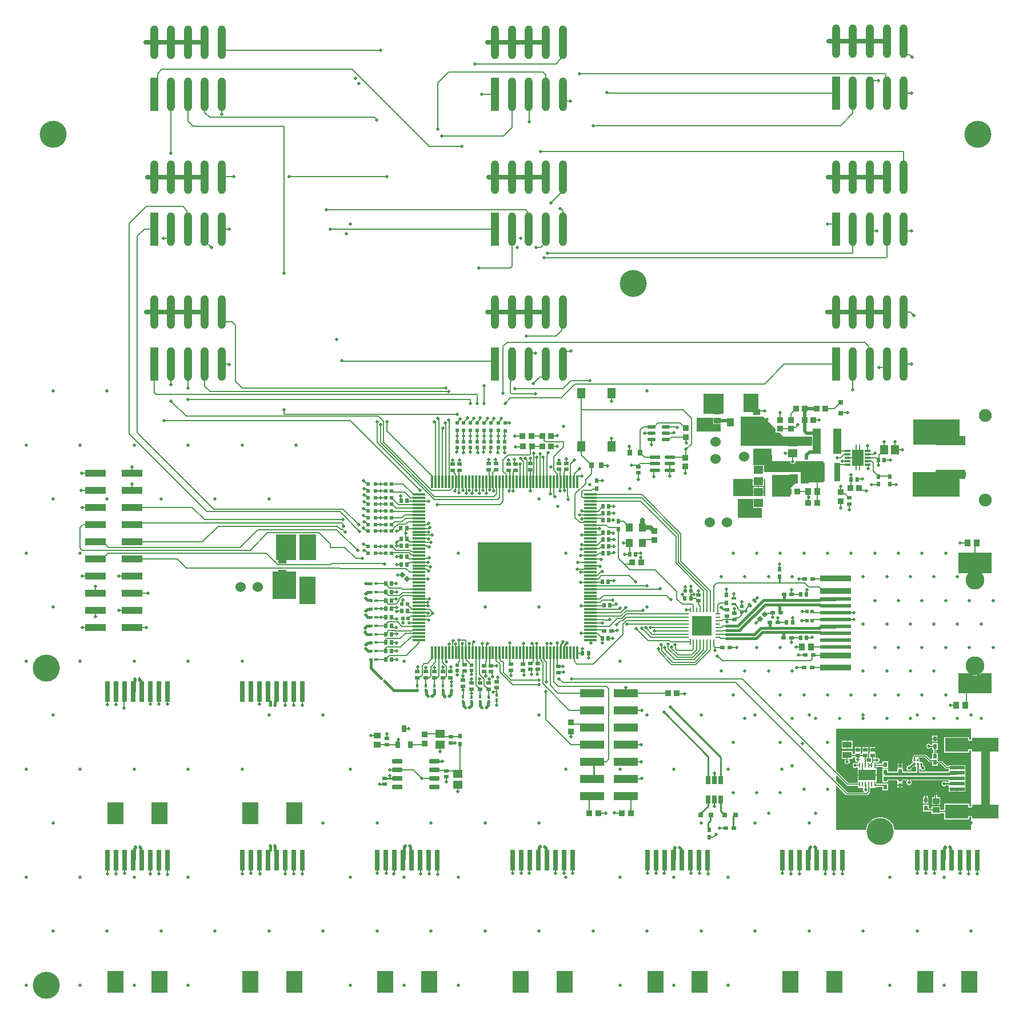
<source format=gtl>
%FSTAX23Y23*%
%MOIN*%
%SFA1B1*%

%IPPOS*%
%AMD27*
4,1,8,0.004400,-0.012200,0.004400,0.012200,0.000000,0.016500,0.000000,0.016500,-0.004400,0.012200,-0.004400,-0.012200,0.000000,-0.016500,0.000000,-0.016500,0.004400,-0.012200,0.0*
1,1,0.008756,0.000000,-0.012200*
1,1,0.008756,0.000000,0.012200*
1,1,0.008756,0.000000,0.012200*
1,1,0.008756,0.000000,-0.012200*
%
%AMD30*
4,1,8,0.014200,0.010500,-0.014200,0.010500,-0.024700,0.000000,-0.024700,0.000000,-0.014200,-0.010500,0.014200,-0.010500,0.024700,0.000000,0.024700,0.000000,0.014200,0.010500,0.0*
1,1,0.020953,0.014200,0.000000*
1,1,0.020953,-0.014200,0.000000*
1,1,0.020953,-0.014200,0.000000*
1,1,0.020953,0.014200,0.000000*
%
%AMD33*
4,1,8,0.019300,0.011300,-0.019300,0.011300,-0.030600,0.000000,-0.030600,0.000000,-0.019300,-0.011300,0.019300,-0.011300,0.030600,0.000000,0.030600,0.000000,0.019300,0.011300,0.0*
1,1,0.022528,0.019300,0.000000*
1,1,0.022528,-0.019300,0.000000*
1,1,0.022528,-0.019300,0.000000*
1,1,0.022528,0.019300,0.000000*
%
%AMD46*
4,1,8,-0.088600,0.013800,-0.088600,-0.013800,-0.074800,-0.027600,0.074800,-0.027600,0.088600,-0.013800,0.088600,0.013800,0.074800,0.027600,-0.074800,0.027600,-0.088600,0.013800,0.0*
1,1,0.027559,-0.074800,0.013800*
1,1,0.027559,-0.074800,-0.013800*
1,1,0.027559,0.074800,-0.013800*
1,1,0.027559,0.074800,0.013800*
%
%AMD55*
4,1,8,-0.004800,0.011200,-0.004800,-0.011200,0.000000,-0.015900,0.000000,-0.015900,0.004800,-0.011200,0.004800,0.011200,0.000000,0.015900,0.000000,0.015900,-0.004800,0.011200,0.0*
1,1,0.009543,0.000000,0.011200*
1,1,0.009543,0.000000,-0.011200*
1,1,0.009543,0.000000,-0.011200*
1,1,0.009543,0.000000,0.011200*
%
%AMD56*
4,1,8,-0.015900,0.000000,-0.015900,0.000000,-0.011200,-0.004800,0.011200,-0.004800,0.015900,0.000000,0.015900,0.000000,0.011200,0.004800,-0.011200,0.004800,-0.015900,0.000000,0.0*
1,1,0.009543,-0.011200,0.000000*
1,1,0.009543,-0.011200,0.000000*
1,1,0.009543,0.011200,0.000000*
1,1,0.009543,0.011200,0.000000*
%
%AMD59*
4,1,8,-0.009800,-0.019700,0.009800,-0.019700,0.011800,-0.017700,0.011800,0.017700,0.009800,0.019700,-0.009800,0.019700,-0.011800,0.017700,-0.011800,-0.017700,-0.009800,-0.019700,0.0*
1,1,0.004016,-0.009800,-0.017700*
1,1,0.004016,0.009800,-0.017700*
1,1,0.004016,0.009800,0.017700*
1,1,0.004016,-0.009800,0.017700*
%
%AMD69*
4,1,8,0.028500,-0.009800,0.028500,0.009800,0.026500,0.011800,-0.026500,0.011800,-0.028500,0.009800,-0.028500,-0.009800,-0.026500,-0.011800,0.026500,-0.011800,0.028500,-0.009800,0.0*
1,1,0.004016,0.026500,-0.009800*
1,1,0.004016,0.026500,0.009800*
1,1,0.004016,-0.026500,0.009800*
1,1,0.004016,-0.026500,-0.009800*
%
%AMD71*
4,1,8,0.010900,0.023600,-0.010900,0.023600,-0.012800,0.021700,-0.012800,-0.021700,-0.010900,-0.023600,0.010900,-0.023600,0.012800,-0.021700,0.012800,0.021700,0.010900,0.023600,0.0*
1,1,0.003843,0.010900,0.021700*
1,1,0.003843,-0.010900,0.021700*
1,1,0.003843,-0.010900,-0.021700*
1,1,0.003843,0.010900,-0.021700*
%
%AMD83*
4,1,4,-0.017200,0.000500,0.000500,-0.017200,0.017200,-0.000500,-0.000500,0.017200,-0.017200,0.000500,0.0*
%
%AMD84*
4,1,4,-0.003100,0.015600,-0.015600,0.003100,0.003100,-0.015600,0.015600,-0.003100,-0.003100,0.015600,0.0*
%
%AMD86*
4,1,4,0.000500,0.017200,-0.017200,-0.000500,-0.000500,-0.017200,0.017200,0.000500,0.000500,0.017200,0.0*
%
%AMD135*
4,1,8,0.016700,-0.003500,0.016700,0.003500,0.014700,0.005500,-0.014700,0.005500,-0.016700,0.003500,-0.016700,-0.003500,-0.014700,-0.005500,0.014700,-0.005500,0.016700,-0.003500,0.0*
1,1,0.003969,0.014700,-0.003500*
1,1,0.003969,0.014700,0.003500*
1,1,0.003969,-0.014700,0.003500*
1,1,0.003969,-0.014700,-0.003500*
%
%AMD136*
4,1,8,-0.030500,-0.047200,0.030500,-0.047200,0.032500,-0.045300,0.032500,0.045300,0.030500,0.047200,-0.030500,0.047200,-0.032500,0.045300,-0.032500,-0.045300,-0.030500,-0.047200,0.0*
1,1,0.003898,-0.030500,-0.045300*
1,1,0.003898,0.030500,-0.045300*
1,1,0.003898,0.030500,0.045300*
1,1,0.003898,-0.030500,0.045300*
%
%AMD138*
4,1,8,-0.005900,0.004900,-0.005900,-0.004900,-0.001900,-0.008900,0.001900,-0.008900,0.005900,-0.004900,0.005900,0.004900,0.001900,0.008900,-0.001900,0.008900,-0.005900,0.004900,0.0*
1,1,0.007913,-0.001900,0.004900*
1,1,0.007913,-0.001900,-0.004900*
1,1,0.007913,0.001900,-0.004900*
1,1,0.007913,0.001900,0.004900*
%
%AMD139*
4,1,8,-0.005900,0.003900,-0.005900,-0.003900,-0.001900,-0.007900,0.001900,-0.007900,0.005900,-0.003900,0.005900,0.003900,0.001900,0.007900,-0.001900,0.007900,-0.005900,0.003900,0.0*
1,1,0.007913,-0.001900,0.003900*
1,1,0.007913,-0.001900,-0.003900*
1,1,0.007913,0.001900,-0.003900*
1,1,0.007913,0.001900,0.003900*
%
%ADD14C,0.020000*%
%ADD16C,0.010000*%
%ADD18C,0.006000*%
%ADD24R,0.012303X0.076976*%
%ADD25R,0.076976X0.012303*%
%ADD26R,0.042000X0.047000*%
G04~CAMADD=27~8~0.0~0.0~330.6~87.6~43.8~0.0~15~0.0~0.0~0.0~0.0~0~0.0~0.0~0.0~0.0~0~0.0~0.0~0.0~270.0~88.0~330.0*
%ADD27D27*%
%ADD28R,0.008760X0.033059*%
%ADD29R,0.049386X0.020949*%
G04~CAMADD=30~8~0.0~0.0~493.9~209.5~104.8~0.0~15~0.0~0.0~0.0~0.0~0~0.0~0.0~0.0~0.0~0~0.0~0.0~0.0~0.0~493.9~209.5*
%ADD30D30*%
%ADD32R,0.061197X0.022524*%
G04~CAMADD=33~8~0.0~0.0~612.0~225.2~112.6~0.0~15~0.0~0.0~0.0~0.0~0~0.0~0.0~0.0~0.0~0~0.0~0.0~0.0~0.0~612.0~225.2*
%ADD33D33*%
%ADD34R,0.181102X0.031890*%
%ADD35R,0.181102X0.024016*%
%ADD36R,0.192913X0.086614*%
%ADD37R,0.051181X0.061024*%
%ADD38R,0.023622X0.027559*%
%ADD39R,0.144882X0.050000*%
%ADD40R,0.036496X0.106299*%
%ADD41R,0.050307X0.145669*%
%ADD42R,0.088582X0.019685*%
%ADD43R,0.157480X0.080709*%
%ADD44R,0.137795X0.080709*%
%ADD45R,0.177165X0.055118*%
G04~CAMADD=46~8~0.0~0.0~551.2~1771.7~137.8~0.0~15~0.0~0.0~0.0~0.0~0~0.0~0.0~0.0~0.0~0~0.0~0.0~0.0~90.0~1772.0~552.0*
%ADD46D46*%
%ADD47R,0.057331X0.049405*%
%ADD48R,0.049212X0.039370*%
%ADD49R,0.023622X0.021654*%
%ADD50R,0.026575X0.017716*%
%ADD51R,0.031496X0.035433*%
%ADD52R,0.053150X0.037401*%
%ADD53R,0.020472X0.020472*%
%ADD54R,0.009547X0.031874*%
G04~CAMADD=55~8~0.0~0.0~318.7~95.5~47.7~0.0~15~0.0~0.0~0.0~0.0~0~0.0~0.0~0.0~0.0~0~0.0~0.0~0.0~90.0~96.0~319.0*
%ADD55D55*%
G04~CAMADD=56~8~0.0~0.0~95.5~318.7~47.7~0.0~15~0.0~0.0~0.0~0.0~0~0.0~0.0~0.0~0.0~0~0.0~0.0~0.0~90.0~319.0~95.0*
%ADD56D56*%
%ADD57R,0.023622X0.019685*%
%ADD58R,0.037401X0.033465*%
G04~CAMADD=59~8~0.0~0.0~236.2~393.7~20.1~0.0~15~0.0~0.0~0.0~0.0~0~0.0~0.0~0.0~0.0~0~0.0~0.0~0.0~180.0~236.0~394.0*
%ADD59D59*%
%ADD60R,0.017716X0.019685*%
%ADD61R,0.020472X0.020472*%
%ADD62R,0.028000X0.122000*%
%ADD63O,0.047244X0.196850*%
%ADD64R,0.047244X0.196850*%
%ADD65R,0.021654X0.023622*%
%ADD66R,0.035433X0.039370*%
%ADD67R,0.122047X0.039370*%
%ADD68R,0.055118X0.051181*%
G04~CAMADD=69~8~0.0~0.0~236.2~570.9~20.1~0.0~15~0.0~0.0~0.0~0.0~0~0.0~0.0~0.0~0.0~0~0.0~0.0~0.0~270.0~570.0~236.0*
%ADD69D69*%
%ADD70R,0.025197X0.023622*%
G04~CAMADD=71~8~0.0~0.0~255.9~472.4~19.2~0.0~15~0.0~0.0~0.0~0.0~0~0.0~0.0~0.0~0.0~0~0.0~0.0~0.0~0.0~255.9~472.4*
%ADD71D71*%
%ADD72R,0.023622X0.029527*%
%ADD73R,0.031496X0.031496*%
%ADD74R,0.031496X0.029527*%
%ADD75R,0.033465X0.037401*%
%ADD76R,0.029527X0.023622*%
%ADD77R,0.039370X0.049212*%
%ADD78R,0.023622X0.025197*%
%ADD79R,0.019685X0.023622*%
%ADD80R,0.019685X0.017716*%
%ADD81R,0.029527X0.031496*%
%ADD82R,0.039370X0.035433*%
G04~CAMADD=83~9~0.0~0.0~252.0~236.2~0.0~0.0~0~0.0~0.0~0.0~0.0~0~0.0~0.0~0.0~0.0~0~0.0~0.0~0.0~135.0~344.0~343.0*
%ADD83D83*%
G04~CAMADD=84~9~0.0~0.0~177.2~265.7~0.0~0.0~0~0.0~0.0~0.0~0.0~0~0.0~0.0~0.0~0.0~0~0.0~0.0~0.0~45.0~312.0~311.0*
%ADD84D84*%
%ADD85R,0.051181X0.055118*%
G04~CAMADD=86~9~0.0~0.0~252.0~236.2~0.0~0.0~0~0.0~0.0~0.0~0.0~0~0.0~0.0~0.0~0.0~0~0.0~0.0~0.0~45.0~344.0~343.0*
%ADD86D86*%
%ADD87R,0.317716X0.288582*%
%ADD88R,0.100393X0.064960*%
%ADD102R,0.118110X0.118110*%
G04~CAMADD=135~8~0.0~0.0~110.2~334.6~19.8~0.0~15~0.0~0.0~0.0~0.0~0~0.0~0.0~0.0~0.0~0~0.0~0.0~0.0~270.0~334.0~110.0*
%ADD135D135*%
G04~CAMADD=136~8~0.0~0.0~649.6~944.9~19.5~0.0~15~0.0~0.0~0.0~0.0~0~0.0~0.0~0.0~0.0~0~0.0~0.0~0.0~180.0~650.0~945.0*
%ADD136D136*%
%ADD137R,0.098000X0.128000*%
G04~CAMADD=138~8~0.0~0.0~177.2~118.1~39.6~0.0~15~0.0~0.0~0.0~0.0~0~0.0~0.0~0.0~0.0~0~0.0~0.0~0.0~90.0~119.0~178.0*
%ADD138D138*%
G04~CAMADD=139~8~0.0~0.0~157.5~118.1~39.6~0.0~15~0.0~0.0~0.0~0.0~0~0.0~0.0~0.0~0.0~0~0.0~0.0~0.0~90.0~119.0~158.0*
%ADD139D139*%
%ADD140C,0.008000*%
%ADD141C,0.015000*%
%ADD142C,0.025000*%
%ADD143C,0.050000*%
%ADD144R,0.011024X0.032693*%
%ADD145R,0.011024X0.032693*%
%ADD146R,0.011024X0.032697*%
%ADD147R,0.011024X0.032697*%
%ADD148C,0.110236*%
%ADD149C,0.074803*%
%ADD150C,0.060000*%
%ADD151C,0.019685*%
%ADD152C,0.157480*%
%LNmdriver2_control-1*%
%LPD*%
G36*
X04302Y03566D02*
X04295D01*
X04292Y03566*
X04289Y03564*
X04287Y03562*
X04285Y03559*
X04285Y03556*
X04285Y03555*
X04282Y03551*
X04216*
Y03657*
X04302*
Y03566*
G37*
G36*
X04098Y0354D02*
X03981D01*
Y03658*
X04098*
Y0354*
G37*
G36*
X04039Y03503D02*
X04063D01*
Y03501*
X04065*
Y03479*
X04081*
Y03436*
X03941*
Y03518*
X04039*
Y03503*
G37*
G36*
X05477Y03362D02*
X05205D01*
Y03508*
X05477*
Y03362*
G37*
G36*
X04404Y03451D02*
Y03432D01*
X04424*
X04449Y03406*
X04615*
Y03381*
X04644*
Y03377*
X04615*
Y03355*
X042*
Y03524*
X04331*
X04404Y03451*
G37*
G36*
X04342Y03062D02*
X04334D01*
Y03082*
X04302*
X04271*
Y03062*
X04155*
Y03161*
X0427*
Y0315*
X04302*
X04335*
Y03161*
X04342*
Y03062*
G37*
G36*
X04379Y03337D02*
X04381Y03265D01*
X04489*
X04489Y03264*
Y03258*
X04491Y03253*
X04496Y03249*
X04501Y03247*
X04507*
X04512Y03249*
X04517Y03253*
X04519Y03258*
Y03264*
X04519Y03265*
X04684*
Y03139*
X0455*
Y03202*
X04335*
Y03211*
X04302*
Y03213*
X043*
Y03242*
X04273*
Y03265*
Y03335*
X04276Y03337*
X04379Y03337*
G37*
G36*
X04527Y03145D02*
X04489Y03107D01*
Y03058*
X04381*
Y03184*
X04527*
Y03145*
G37*
G36*
X05475Y03056D02*
X05203D01*
Y03202*
X05475*
Y03056*
G37*
G36*
X04271Y03023D02*
X04302D01*
Y03021*
X04304*
Y02991*
X04322*
Y02934*
X04184*
Y03043*
X04271*
Y03023*
G37*
G36*
X01606Y02688D02*
X01488D01*
Y02836*
X01606*
Y02688*
G37*
G36*
X01724D02*
D01*
X01625*
Y02836*
X01724*
Y02688*
G37*
G36*
X05663Y02612D02*
X05602D01*
Y02612*
X05599Y02615*
X0559Y0262*
X05581Y02623*
X05572Y02625*
X05562*
X05553Y02623*
X05543Y0262*
X05535Y02615*
X05531Y02612*
X05531Y02612*
X0547*
Y0273*
X05663*
Y02612*
G37*
G36*
X01606Y02462D02*
X01468D01*
Y02619*
X01606*
Y02462*
G37*
G36*
X0172Y02432D02*
X01625D01*
Y02591*
X0172*
Y02432*
G37*
G36*
X05663Y0191D02*
X0547D01*
Y02028*
X05531*
X05531Y02028*
X05535Y02025*
X05543Y0202*
X05553Y02017*
X05562Y02015*
X05572*
X05581Y02017*
X0559Y0202*
X05599Y02025*
X05602Y02028*
Y02028*
X05663*
Y0191*
G37*
G36*
X05543Y01639D02*
X05534D01*
Y01654*
X05386*
Y01563*
X05534*
Y01578*
X05543*
Y01251*
X05534*
Y01266*
X05386*
Y0123*
X05364*
Y01251*
X05314*
Y01238*
X053*
X05295Y01243*
Y0126*
X05261*
Y01221*
X05292*
X05292Y0122*
X05296Y0122*
X05314*
Y01206*
X05364*
Y01212*
X05386*
Y01175*
X05534*
Y0119*
X05543*
Y01114*
X05097*
X05094Y01128*
X05088Y01143*
X05079Y01157*
X05067Y01169*
X05054Y01178*
X05038Y01184*
X05022Y01187*
X05006*
X0499Y01184*
X04974Y01178*
X04961Y01169*
X04949Y01157*
X0494Y01143*
X04933Y01128*
X04931Y01114*
X04755*
Y01371*
X04759Y01372*
X04813Y01318*
X04816Y01316*
X04819Y01316*
X04934*
X04937Y01316*
X0494Y01318*
X04951Y0133*
X04953Y01332*
X04954Y01336*
X04954*
Y01355*
X04953Y01357*
Y01357*
X04954Y01357*
X04957Y01359*
X04959Y01358*
X04963Y01357*
X04967Y01358*
X0497Y0136*
X04974*
X04977Y01358*
X04981Y01357*
X04984Y01358*
X04987Y0136*
X04989Y01363*
X0499Y01365*
X05026*
Y01345*
X0506*
Y01384*
X05026*
Y01383*
X0499*
Y01391*
X0499Y01394*
X04991Y01398*
Y01432*
X04936*
X04882*
Y01398*
X04883Y01394*
X04883Y01391*
Y01387*
X04827*
X04755Y01459*
Y01704*
X05543*
Y01639*
G37*
G36*
X04818Y01373D02*
D01*
X04821Y01371*
X04824Y01371*
X04883*
Y01367*
X04883Y01363*
X04885Y0136*
X04888Y01358*
X04892Y01357*
X04896Y01358*
X04899Y0136*
X04903*
X04906Y01358*
X0491Y01357*
X04911Y01357*
X04914Y01354*
X04913Y01351*
Y01345*
X04915Y01339*
X04918Y01336*
X04917Y01332*
X04822*
X04755Y01399*
Y0143*
X04759Y01432*
X04818Y01373*
G37*
%LNmdriver2_control-2*%
%LPC*%
G36*
X04061Y03499D02*
X04039D01*
Y03479*
X04061*
Y03499*
G37*
G36*
X04335Y03146D02*
X04304D01*
Y03119*
X04335*
Y03146*
G37*
G36*
X043D02*
X0427D01*
Y03119*
X043*
Y03146*
G37*
G36*
X04334Y03114D02*
X04304D01*
Y03086*
X04334*
Y03114*
G37*
G36*
X043D02*
X04271D01*
Y03086*
X043*
Y03114*
G37*
G36*
X04335Y03242D02*
X04304D01*
Y03215*
X04335*
Y03242*
G37*
G36*
X043Y03019D02*
X04271D01*
Y02991*
X043*
Y03019*
G37*
G36*
X05347Y01663D02*
X05333D01*
Y01646*
X05347*
Y01663*
G37*
G36*
X05329D02*
X05316D01*
Y01646*
X05329*
Y01663*
G37*
G36*
X05347Y01642D02*
X05333D01*
Y01626*
X05347*
Y01642*
G37*
G36*
X05329D02*
X05316D01*
Y01626*
X05329*
Y01642*
G37*
G36*
X04851Y01633D02*
X04822D01*
Y01613*
X04851*
Y01633*
G37*
G36*
X04818D02*
X0479D01*
Y01613*
X04818*
Y01633*
G37*
G36*
X05348Y01619D02*
X05315D01*
Y0161*
X05309*
X05309Y0161*
X05304Y01614*
X05299Y01617*
X05293*
X05288Y01614*
X05283Y0161*
X05281Y01605*
Y01599*
X05283Y01593*
X05288Y01589*
X05293Y01587*
X05299*
X05304Y01589*
X05309Y01593*
X05315*
Y01579*
X05324*
Y01561*
X05315*
Y01526*
X05305*
X05282Y0155*
X05279Y01552*
X05276Y01552*
X05217*
X05214Y01552*
X05211Y0155*
X05205Y01544*
X05204Y01542*
X05203Y01539*
Y01539*
Y01531*
X05203Y01531*
X05201Y01528*
X052Y01524*
Y01516*
X05201Y01513*
X05202Y01511*
X05201Y01507*
X05201Y01507*
X05198Y01505*
X05182Y01489*
X05178*
X05173Y01486*
X05169Y01482*
X05167Y01477*
Y01471*
X05169Y01465*
X05173Y01461*
X05178Y01459*
X05184*
X0519Y01461*
X05194Y01465*
X05196Y01471*
Y01474*
X05206Y01484*
X05209Y01484*
X05211*
X05211Y01484*
X05211Y01484*
X05213*
X05217Y01484*
X05217Y01484*
X05221Y01482*
Y01455*
X05145*
Y0147*
Y01471*
X05144Y01475*
Y01486*
X05129*
X05115*
Y01475*
X05114Y01471*
Y0147*
Y01455*
X0506*
Y01469*
X05026*
Y01433*
Y0143*
Y01429*
Y0139*
X0506*
Y01404*
X0511*
X05113Y01401*
Y01391*
X05114Y01387*
Y01376*
X05128*
X05143*
Y01387*
X05144Y01391*
Y01392*
Y01404*
X05169*
X05171Y014*
X05169Y01399*
X05167Y01393*
Y01387*
X05169Y01382*
X05173Y01378*
X05178Y01375*
X05184*
X0519Y01378*
X05194Y01382*
X05196Y01387*
Y01393*
X05194Y01399*
X05192Y014*
X05194Y01404*
X05409*
X05411Y01401*
Y014*
Y01397*
X05408Y01393*
X05397*
X05395Y01396*
X05389Y01398*
X05383*
X05378Y01396*
X05374Y01392*
X05371Y01386*
Y0138*
X05374Y01375*
X05378Y01371*
X05383Y01368*
X05389*
X05395Y01371*
X05397Y01373*
X05409*
X05411Y0137*
Y01368*
X05412Y01365*
Y01364*
Y01354*
X05461*
X05509*
Y01365*
X0551Y01368*
Y01369*
Y01396*
Y01398*
Y01402*
Y01429*
Y01431*
Y01433*
Y01461*
X0551Y01463*
X0551*
Y01492*
X05411*
Y01486*
X05401*
X05374Y01513*
X05372Y01515*
X05369Y01515*
X05348*
Y01561*
X0534*
Y01579*
X05348*
Y01619*
G37*
G36*
X04851Y01609D02*
X04822D01*
Y01588*
X04851*
Y01609*
G37*
G36*
X04818D02*
X0479D01*
Y01588*
X04818*
Y01609*
G37*
G36*
X04984Y01597D02*
X0497D01*
Y01584*
X04984*
Y01597*
G37*
G36*
X04966D02*
X04951D01*
Y01584*
X04966*
Y01597*
G37*
G36*
X04941D02*
X04927D01*
Y01584*
X04941*
Y01597*
G37*
G36*
X04923D02*
X04908D01*
Y01584*
X04923*
Y01597*
G37*
G36*
X04899D02*
X04884D01*
Y01584*
X04899*
Y01597*
G37*
G36*
X0488D02*
X04866D01*
Y01584*
X0488*
Y01597*
G37*
G36*
X04984Y0158D02*
X04951D01*
Y01567*
X0495Y01564*
Y01562*
Y0153*
X0496*
Y01511*
X0496Y01511*
X04959Y01511*
X04956Y01509*
X04952*
X04949Y01511*
X04945Y01512*
X04942Y01511*
X04938Y01509*
X04938*
X04934Y01513*
Y0153*
X04942*
Y01562*
Y01564*
X04941Y01567*
Y0158*
X04908*
Y01567*
X04907Y01564*
Y01562*
Y01556*
X04903*
X049Y01559*
Y01564*
X04899Y01567*
Y0158*
X04866*
Y01567*
X04865Y01564*
Y01562*
Y01556*
X04852*
Y01575*
X04789*
Y01528*
X04811*
Y01523*
X04808Y0152*
X04805Y01514*
Y01508*
X04808Y01503*
X04812Y01499*
X04817Y01496*
X04823*
X04829Y01499*
X04833Y01503*
X04835Y01508*
Y01514*
X04833Y0152*
X04829Y01523*
Y01528*
X04852*
Y01538*
X04865*
Y0153*
X04865*
X04868Y01527*
X04867Y01527*
Y01521*
X0487Y01515*
X04874Y01511*
X04879Y01509*
X04881*
X04883Y01505*
X04883Y01502*
Y015*
X0488Y01499*
X04879Y01499*
X04875Y01503*
X04869Y01505*
X04863*
X04858Y01503*
X04854Y01499*
X04851Y01493*
Y01487*
X04854Y01482*
X04858Y01478*
X04863Y01475*
X04869*
X04875Y01478*
X04879Y01481*
X0488Y01481*
X04883Y0148*
Y01478*
X04883Y01475*
X04882Y01471*
Y01436*
X04936*
X04991*
Y01471*
X0499*
Y01481*
X05026*
Y01475*
X0506*
Y01515*
X05026*
Y01499*
X0499*
Y01505*
X04991Y01506*
X04997*
X05002Y01508*
X05007Y01512*
X05009Y01518*
Y01523*
X05007Y01529*
X05002Y01533*
X04997Y01535*
X04991*
X04989Y01535*
X04985Y01537*
Y01562*
Y01564*
X04984Y01567*
Y0158*
G37*
G36*
X05144Y01502D02*
X05131D01*
Y0149*
X05144*
Y01502*
G37*
G36*
X05127D02*
X05115D01*
Y0149*
X05127*
Y01502*
G37*
G36*
X05143Y01372D02*
X0513D01*
Y0136*
X05143*
Y01372*
G37*
G36*
X05126D02*
X05114D01*
Y0136*
X05126*
Y01372*
G37*
G36*
X05509Y0135D02*
X05463D01*
Y01338*
X05509*
Y0135*
G37*
G36*
X05459D02*
X05412D01*
Y01338*
X05459*
Y0135*
G37*
G36*
X05279Y01325D02*
X05275Y01325D01*
X05272Y01323*
X05272Y01322*
X0527Y01319*
X05269Y01316*
Y01305*
X05262*
Y01288*
X05278*
X05294*
Y01305*
X05288*
Y01314*
X05288Y01316*
X05287Y0132*
X05285Y01323*
X05282Y01325*
X05279Y01325*
G37*
G36*
X05337Y01334D02*
X05334Y01333D01*
X05331Y01331*
X05329Y01328*
X05328Y01325*
Y01304*
X05315*
Y01284*
X05363*
Y01304*
X05346*
Y01325*
X05346Y01328*
X05344Y01331*
X05341Y01333*
X05337Y01334*
G37*
G36*
X05294Y01284D02*
X0528D01*
Y01267*
X05294*
Y01284*
G37*
G36*
X05276D02*
X05262D01*
Y01267*
X05276*
Y01284*
G37*
G36*
X05363Y0128D02*
X05341D01*
Y0126*
X05363*
Y0128*
G37*
G36*
X05337D02*
X05315D01*
Y0126*
X05337*
Y0128*
G37*
%LNmdriver2_control-3*%
%LPD*%
G36*
X05296Y01512D02*
D01*
X05299Y0151*
X05302Y0151*
X05315*
Y01488*
X05348*
Y01499*
X05365*
X05392Y01472*
X05395Y0147*
X05398Y01469*
X05411*
Y01463*
Y01461*
Y01455*
X05241*
Y0147*
X05245Y01472*
X05246Y01471*
Y01471*
X05248Y01466*
X05252Y01461*
X05258Y01459*
X05264*
X05269Y01461*
X05273Y01466*
X05276Y01471*
Y01477*
X05273Y01482*
X05269Y01487*
X05264Y01489*
X05262Y01493*
Y01501*
X05261Y01504*
X05259Y01507*
X05256Y01509*
X05253Y0151*
X05249*
X05245Y01509*
X05245Y01509*
X05243Y01509*
X05241Y01513*
X05241Y01513*
X05242Y01516*
Y01524*
X05241Y01528*
X05239Y01531*
X05237Y01532*
X05239Y01536*
X05272*
X05296Y01512*
G37*
G54D14*
X04065Y03499D02*
X0413D01*
X0414Y03489*
X04063Y03501D02*
X04065Y03499D01*
X04573Y03571D02*
X04642D01*
X04642Y03571*
X04573Y03571D02*
X04573Y03571D01*
X04573Y03507D02*
Y03567D01*
X04571Y03505D02*
X04573Y03507D01*
X04572Y0344D02*
X04584Y03428D01*
X04625*
X04584Y03254D02*
X04585D01*
X04584Y03285D02*
Y033D01*
X04586Y03252D02*
Y03253D01*
X04585Y03254D02*
X04586Y03253D01*
X04584Y033D02*
X04601Y03317D01*
X04586Y03252D02*
X04603Y03234D01*
X04573Y03567D02*
X04574Y03568D01*
X04572Y0344D02*
Y03505D01*
X04601Y03317D02*
X04632D01*
X04644Y03328D02*
Y03379D01*
X04632Y03317D02*
X04644Y03328D01*
X04603Y03234D02*
X04674D01*
G54D16*
X04008Y01155D02*
X04021Y01168D01*
Y01196D02*
X04025Y012D01*
X04021Y01168D02*
Y01196D01*
X04087Y02409D02*
X04089D01*
X04112Y02402D02*
X04118Y02396D01*
X04089Y02409D02*
X04096Y02402D01*
X04112*
X02135Y01413D02*
X02154D01*
X02197*
X02154D02*
Y01432D01*
X02123Y01413D02*
X02135D01*
X02412Y01513D02*
X02459D01*
X02094Y01379D02*
X02123D01*
X02197Y01413D02*
X02197Y01413D01*
X05386Y01383D02*
X05461D01*
X05461Y01383*
X05386Y01383D02*
X05386Y01383D01*
X05251Y01484D02*
X05261Y01474D01*
X05181Y01474D02*
X05205Y01498D01*
X05211*
Y01494D02*
Y01498D01*
X05227Y01442D02*
X05231Y01446D01*
X05251Y01484D02*
Y01497D01*
X05231Y01446D02*
Y01497D01*
X04426Y02555D02*
Y0259D01*
Y02555D02*
X04427Y02554D01*
X03343Y01421D02*
Y01512D01*
X03333Y01412D02*
X03343Y01421D01*
X04047Y01405D02*
Y01443D01*
X03751Y018D02*
X04009Y01542D01*
Y01405D02*
Y01542D01*
X0379Y01832D02*
X04084Y01538D01*
Y01405D02*
Y01538D01*
X03148Y02195D02*
X03163Y0221D01*
X03148Y02147D02*
Y02195D01*
X03185Y02203D02*
X03187D01*
X03169Y02148D02*
Y02187D01*
X03168Y02147D02*
X03169Y02148D01*
Y02187D02*
X03185Y02203D01*
X04156Y01193D02*
X04165Y01202D01*
X04156Y01123D02*
Y01193D01*
X04084Y01224D02*
X04106Y01202D01*
X04084Y01224D02*
Y01289D01*
X0397Y01213D02*
X04009Y01252D01*
X03959Y01206D02*
X03966Y01213D01*
X03959Y01202D02*
Y01206D01*
X04009Y01252D02*
Y01289D01*
X03966Y01213D02*
X0397D01*
X04008Y01114D02*
Y01155D01*
X02508Y01622D02*
X02534D01*
G54D18*
X04066Y02373D02*
Y02426D01*
X04078Y02437*
X04115*
X03881Y02295D02*
X03881Y02295D01*
X03673Y02295D02*
X03673Y02295D01*
X03881*
X03324Y02222D02*
X03327Y02219D01*
X03322Y02222D02*
X03324D01*
X03327Y02203D02*
Y02219D01*
X04824Y01379D02*
X04892D01*
X04209Y01993D02*
X04824Y01379D01*
X03214Y01993D02*
X04209D01*
X04169Y01974D02*
X04819Y01324D01*
X03161Y01974D02*
X04169D01*
X04819Y01324D02*
X04934D01*
X04945Y01355D02*
Y01379D01*
Y01355D02*
X04946Y01355D01*
Y01336D02*
Y01355D01*
X04934Y01324D02*
X04946Y01336D01*
X0314Y01995D02*
X03161Y01974D01*
X02795Y02102D02*
X02801Y02097D01*
X02795Y02102D02*
Y02145D01*
X02794Y02147D02*
X02795Y02145D01*
X02801Y02097D02*
X0281D01*
X02816Y02091*
Y02031D02*
Y02091D01*
Y02031D02*
X0286Y01988D01*
X03021*
X02858Y02015D02*
Y02045D01*
X02774Y02101D02*
Y02147D01*
Y02101D02*
X02796Y02079D01*
Y02034D02*
Y02079D01*
Y02034D02*
X02868Y01961D01*
X03022*
X03322Y02655D02*
X03324Y02654D01*
X03376D02*
X03378Y02652D01*
X03324Y02654D02*
X03376D01*
X05331Y01599D02*
X05332Y01599D01*
Y01543D02*
Y01599D01*
X05181Y0139D02*
Y01417D01*
X05302Y01518D02*
X05323D01*
X05217Y01544D02*
X05276D01*
X05302Y01518*
X05211Y01539D02*
X05217Y01544D01*
X05211Y0152D02*
Y01539D01*
X05332Y01507D02*
Y01509D01*
X05323Y01518D02*
X05332Y01509D01*
X05335Y01507D02*
X05369D01*
X05334Y01508D02*
X05335Y01507D01*
X05369D02*
X05398Y01478D01*
X05296Y01601D02*
X05329D01*
X03094Y04772D02*
X03161Y04839D01*
X03094Y04769D02*
Y04772D01*
X03161Y04839D02*
Y04921D01*
X02964Y0383D02*
Y03874D01*
X02983Y03893*
X03004*
X02839Y03958D02*
X04923D01*
X02813Y03933D02*
X02839Y03958D01*
X02813Y03661D02*
Y03933D01*
Y03661D02*
X02814Y0366D01*
X01876Y03848D02*
X02749D01*
X01874Y0385D02*
X01876Y03848D01*
X02749D02*
X02767Y0383D01*
X0269Y05405D02*
X02767D01*
X04338Y03715D02*
X04453Y0383D01*
X03152Y03634D02*
X03234Y03715D01*
X04338*
X04453Y0383D02*
X04755D01*
X02882Y03687D02*
X03163D01*
X03209Y03733*
X02825Y03602D02*
X02857Y03634D01*
X03152*
X03209Y03733D02*
X0332D01*
X02704Y03601D02*
Y03705D01*
X02965Y05245D02*
Y05403D01*
X02964Y05405D02*
X02965Y05403D01*
Y05245D02*
X02967Y05243D01*
X00779Y05405D02*
X00799Y05425D01*
Y05525*
X00824Y0555*
X01933*
X02382Y05101*
X02573*
X03047Y05533D02*
X03062Y05517D01*
Y05405D02*
Y05517D01*
X02496Y05533D02*
X03047D01*
X02432Y05469D02*
X02496Y05533D01*
X02432Y05201D02*
Y05469D01*
X02865Y0521D02*
Y05405D01*
X02816Y05161D02*
X02865Y0521D01*
X02456Y05161D02*
X02816D01*
X02477Y0369D02*
X02478Y03689D01*
X02496Y03671D02*
X02496Y03671D01*
X01293Y0369D02*
X02477D01*
X03157Y04026D02*
Y04129D01*
X03161Y04133*
X03124Y03993D02*
X03157Y04026D01*
X0295Y03993D02*
X03124D01*
X03026Y03755D02*
X03043D01*
X02988Y03717D02*
X03026Y03755D01*
X03062Y03774D02*
Y0383D01*
X03043Y03755D02*
X03062Y03774D01*
X03028Y03306D02*
X03029Y03308D01*
X03028Y03243D02*
Y03306D01*
X02858Y03822D02*
X02865Y0383D01*
X02857Y0366D02*
Y03731D01*
X02858Y03732D02*
Y03822D01*
X02857Y0366D02*
X02861Y03656D01*
X03004*
X02857Y03731D02*
X02858Y03732D01*
X03032Y04512D02*
X03062Y04543D01*
X03007Y04512D02*
X03032D01*
X03062Y04543D02*
Y04617D01*
X02956Y04659D02*
Y04718D01*
Y04659D02*
X02973Y04642D01*
X02945Y04729D02*
X02956Y04718D01*
X01781Y04729D02*
X02945D01*
X01806Y04617D02*
X02767D01*
X02857Y04392D02*
X02865Y04401D01*
Y04617*
X02671Y04392D02*
X02857D01*
X04854Y03682D02*
Y03831D01*
X05051Y03829D02*
Y0383D01*
X05031Y0381D02*
X05051Y03829D01*
X05006Y0381D02*
X05031D01*
X04947Y03893D02*
X04962Y03878D01*
X04947Y03893D02*
Y03934D01*
X04923Y03958D02*
X04947Y03934D01*
X05149Y04133D02*
X0519D01*
X05208Y04115*
X04706Y04647D02*
X04735D01*
X04755Y04617D02*
Y04626D01*
X04735Y04647D02*
X04755Y04626D01*
X04962Y04608D02*
X04991D01*
X04952Y04617D02*
X04962Y04608D01*
X03071Y04477D02*
X0485D01*
X04854Y0448D02*
Y04618D01*
X0485Y04477D02*
X04854Y0448D01*
X03052Y0445D02*
X05047D01*
X05051Y04454D02*
Y0463D01*
X05047Y0445D02*
X05051Y04454D01*
X03033Y0507D02*
X05145D01*
X05149Y05067*
Y04924D02*
Y05067D01*
X04952Y05464D02*
X04971Y05483D01*
X05001*
X04952Y05411D02*
Y05464D01*
X05001Y05483D02*
X05001Y05484D01*
X05045Y05416D02*
Y05518D01*
Y05416D02*
X05051Y05411D01*
X05041Y05523D02*
X05045Y05518D01*
X03259Y05523D02*
X05041D01*
X05149Y05654D02*
X05168Y05635D01*
X05185*
X05149Y05654D02*
Y05714D01*
X05185Y05635D02*
X05198Y05621D01*
X03163Y05625D02*
X03164D01*
X0315Y0561D02*
Y05611D01*
X02649Y05582D02*
X03121D01*
X0315Y05611D02*
X03163Y05625D01*
X03121Y05582D02*
X0315Y0561D01*
X02193Y02793D02*
X02201Y02801D01*
X02193Y02791D02*
Y02793D01*
X02728Y01969D02*
X02732Y01974D01*
Y01994*
X0276Y03058D02*
X02776Y03074D01*
X02774Y03145D02*
X02776Y03142D01*
Y03074D02*
Y03142D01*
X0319Y03061D02*
Y03141D01*
X03187Y03145D02*
X0319Y03141D01*
Y03061D02*
X03191Y0306D01*
X03111Y03065D02*
Y03066D01*
Y03065D02*
X03116Y03059D01*
Y03056D02*
Y03059D01*
X03109Y03068D02*
X03111Y03066D01*
X03191Y03041D02*
Y0306D01*
X03069Y03293D02*
X03074Y03298D01*
Y03312*
X03076Y03315*
X03069Y03145D02*
Y03293D01*
X02992Y03271D02*
Y0331D01*
Y03271D02*
X02992Y03271D01*
X0301Y03145D02*
Y03286D01*
Y03145D02*
X0301Y03145D01*
X03028Y03243D02*
X0303Y03242D01*
X0301Y03286D02*
X0301Y03286D01*
X0303Y03145D02*
Y03242D01*
X03046Y03287D02*
X03048Y03285D01*
Y03146D02*
Y03285D01*
Y03146D02*
X0305Y03145D01*
X02879Y03253D02*
Y03275D01*
Y03253D02*
X02885Y03247D01*
X02915Y03279D02*
X02931Y03262D01*
X02694Y02148D02*
Y02198D01*
X02693Y02199D02*
X02694Y02198D01*
Y02148D02*
X02695Y02147D01*
X02616D02*
X02617Y02147D01*
Y02201*
X02617Y02201*
X02642Y02206D02*
Y02209D01*
X02636Y02147D02*
Y02199D01*
X02642Y02206*
X02636Y02147D02*
X02636Y02147D01*
X02577Y02147D02*
X02579Y02144D01*
X02577Y02147D02*
Y02199D01*
X02576Y02199D02*
X02577Y02199D01*
X02537Y02147D02*
Y02198D01*
Y02147D02*
X02538Y02147D01*
X02537Y02198D02*
X02537Y02198D01*
X02499Y02198D02*
X025Y02198D01*
X02498Y02147D02*
X02499Y02147D01*
Y02198*
X02518Y02147D02*
X02519Y02148D01*
Y02215*
X02521Y02217*
X02459Y03145D02*
Y03454D01*
X02479Y03145D02*
Y03463D01*
X02478Y03464D02*
X02479Y03463D01*
X02459Y03454D02*
X02461Y03456D01*
X02168Y02732D02*
X02265D01*
X02164Y02728D02*
X02168Y02732D01*
X02265D02*
X02279Y02718D01*
X02165Y02767D02*
X02188Y02743D01*
X0227*
X02278Y02736*
X02322*
X02324Y02734*
X02279Y02718D02*
X02321D01*
X0213Y02255D02*
X02138Y02264D01*
X02282Y02275D02*
X02282Y02276D01*
X02181Y02276D02*
X02181Y02275D01*
X02142Y02276D02*
X02181D01*
X02181Y02275D02*
X02282D01*
X02138Y02272D02*
X02142Y02276D01*
X02286Y02276D02*
X02292Y02281D01*
X02138Y02264D02*
Y02272D01*
X02282Y02276D02*
X02286D01*
X02087Y03526D02*
X02116Y03496D01*
Y03373D02*
X02386Y03103D01*
X02116Y03373D02*
Y03496D01*
X02098Y03374D02*
Y03476D01*
X02001Y03028D02*
X02003Y03025D01*
X02013*
X02025Y03013*
X02027*
X02199Y02326D02*
X02223Y02302D01*
X02323*
X02324Y02301*
X02266Y02321D02*
X02266Y02321D01*
X02324D02*
X02324Y02321D01*
X02266Y02321D02*
X02324D01*
X02164Y02452D02*
X02173Y02461D01*
X02189*
X02207Y0246D02*
X02226Y02479D01*
X02189Y02431D02*
X02207Y02449D01*
Y0246*
X02323Y02479D02*
X02324Y02478D01*
X02226Y02479D02*
X02323D01*
X02208Y0248D02*
X02226Y02498D01*
X02145Y0248D02*
X02208D01*
X02226Y02498D02*
X02324D01*
X02025Y02895D02*
X02027D01*
X02013Y02907D02*
X02025Y02895D01*
X02003Y02909D02*
X02005Y02907D01*
X02013*
X02Y02872D02*
Y02873D01*
X02011Y02861D02*
X02022D01*
X02Y02872D02*
X02011Y02861D01*
X02022D02*
X02027Y02856D01*
X02001Y03105D02*
X02004D01*
X0201Y03099D02*
X0202D01*
X02004Y03105D02*
X0201Y03099D01*
X02004Y03066D02*
X0201Y03059D01*
X02001Y03066D02*
X02004D01*
X02003Y02947D02*
X02008Y02941D01*
X02Y02947D02*
X02003D01*
X02201Y02801D02*
X02209D01*
X0207Y02856D02*
X021D01*
X01862Y02969D02*
X01975Y02855D01*
X01977*
X02004Y0274D02*
X02013D01*
X02018Y02735D02*
X0202D01*
X02013Y0274D02*
X02018Y02735D01*
X02001Y02743D02*
X02004Y0274D01*
X01105Y03671D02*
X02496D01*
X01074Y03702D02*
X01105Y03671D01*
X02062Y05269D02*
X02076Y05255D01*
X01074Y05297D02*
X01102Y05269D01*
X02062*
X02579Y02084D02*
X02588Y02076D01*
X02579Y02084D02*
Y02144D01*
X02209Y02801D02*
Y02801D01*
X02354Y02085D02*
X02371D01*
X02341Y02017D02*
Y02072D01*
X02354Y02085*
X02332Y02008D02*
X02341Y02017D01*
X02364Y02036D02*
Y02062D01*
X02141Y02326D02*
X02199D01*
X02173Y02344D02*
X02193D01*
X02173Y02344D02*
Y02345D01*
Y02344D02*
X02173Y02344D01*
X02193D02*
X02193Y02344D01*
X02137Y02322D02*
X02141Y02326D01*
X02137Y02312D02*
Y02322D01*
X0213Y02304D02*
X02137Y02312D01*
X02138Y02537D02*
X02152Y02523D01*
X02138Y02537D02*
Y02542D01*
X02152Y02523D02*
X02221D01*
X0213Y02551D02*
X02138Y02542D01*
X02221Y02523D02*
X02227Y02518D01*
X02164Y02502D02*
X02165Y02502D01*
X02194*
X0213Y02502D02*
X02138Y02493D01*
Y02486D02*
X02145Y0248D01*
X02138Y02486D02*
Y02493D01*
X02142Y02431D02*
X02189D01*
X02138Y02435D02*
X02142Y02431D01*
X02138Y02435D02*
Y02444D01*
X02831Y03146D02*
X02833Y03145D01*
X02831Y03146D02*
Y03188D01*
X02814Y03205D02*
Y03271D01*
Y03205D02*
X02831Y03188D01*
X0311Y0321D02*
X03128Y03192D01*
X0311Y0321D02*
Y03291D01*
X03128Y03145D02*
Y03192D01*
X03392Y02453D02*
X03452D01*
X03378Y02439D02*
X03392Y02453D01*
X02172Y03084D02*
X02238D01*
X02273Y03049D02*
X02324D01*
X02238Y03084D02*
X02273Y03049D01*
X03377Y02872D02*
X03377Y02872D01*
X03322Y02872D02*
X03322Y02872D01*
X03377*
X0213Y02108D02*
X02138Y02116D01*
Y02119*
X02149Y02129D02*
X0225D01*
X02138Y02119D02*
X02149Y02129D01*
X0225D02*
X02324Y02204D01*
X02677Y01972D02*
X0268Y01969D01*
X02677Y01972D02*
Y01993D01*
X02656Y01955D02*
Y02147D01*
Y01955D02*
X02668Y01943D01*
X02671D02*
X0268Y01934D01*
X02668Y01943D02*
X02671D01*
X02702Y01957D02*
Y01994D01*
X02676Y0202D02*
Y02147D01*
Y0202D02*
X02702Y01994D01*
Y01957D02*
X02715Y01944D01*
X02719D02*
X02728Y01935D01*
X02715Y01944D02*
X02719D01*
X02479Y02147D02*
X0248Y02145D01*
Y02095D02*
X02482Y02094D01*
X0248Y02095D02*
Y02145D01*
X02461Y02037D02*
X02462Y02036D01*
X02461Y02037D02*
Y02063D01*
X02473Y02002D02*
X02483Y02011D01*
Y02067*
X02459Y0209D02*
X02483Y02067D01*
X02391Y02064D02*
X0242Y02093D01*
X02381Y02002D02*
X02391Y02011D01*
Y02064*
X02413Y02036D02*
X02414Y02037D01*
Y02062*
X05329Y01601D02*
X05331Y01599D01*
X01279Y02762D02*
X01383Y02865D01*
X01844D02*
X01966Y02743D01*
X0106Y02794D02*
X01151Y02885D01*
X01383Y02865D02*
X01844D01*
X01845Y02885D02*
X01865Y02866D01*
X01151Y02885D02*
X01845D01*
X01877Y02924D02*
X01878Y02925D01*
X01071Y02924D02*
X01877D01*
X0066Y02905D02*
X01873D01*
X01879Y02887D02*
Y02899D01*
X0065Y02894D02*
X0066Y02905D01*
X01873D02*
X01879Y02899D01*
X01Y02994D02*
X01071Y02924D01*
X01879Y02887D02*
X01881Y02885D01*
X01865Y02866D02*
X01875D01*
X01889Y02851*
X01892*
X02676Y03077D02*
Y03144D01*
Y03077D02*
X02676Y03076D01*
X02676Y03145D02*
X02676Y03144D01*
X02414Y03058D02*
X0276D01*
X02098Y03374D02*
X02414Y03058D01*
X02634Y03076D02*
X02635Y03077D01*
X02616Y03093D02*
Y03144D01*
X02616Y03145*
X02635Y03143D02*
X02636Y03145D01*
X02635Y03077D02*
Y03143D01*
X02616Y03093D02*
X02616Y03093D01*
X02598Y03076D02*
Y03143D01*
X02598Y03076D02*
X02598Y03076D01*
X02597Y03145D02*
X02598Y03143D01*
X02579Y03096D02*
X0258Y03094D01*
X02577Y03145D02*
X02579Y03143D01*
Y03096D02*
Y03143D01*
X0251Y02038D02*
X02511Y02036D01*
X0251Y02038D02*
Y02065D01*
X02629Y0197D02*
X02629Y01969D01*
X02629Y0197D02*
Y01995D01*
X02511Y01955D02*
Y01976D01*
X02379Y02339D02*
X0238Y02337D01*
X02329Y02339D02*
X02379D01*
X02327Y02337D02*
X02329Y02339D01*
X02324Y0234D02*
X02327Y02337D01*
X02101Y02403D02*
X0213D01*
X02073D02*
X02101D01*
Y02354D02*
X0213D01*
X02073D02*
X02101D01*
X02164Y02304D02*
Y02304D01*
X02173Y02295D02*
X02187D01*
X02164Y02304D02*
X02173Y02295D01*
X02187D02*
X02189Y02293D01*
X02292Y02281D02*
X02324D01*
X02192Y02206D02*
X02192Y02205D01*
X02164Y02206D02*
X02192D01*
X04892Y0149D02*
X04892Y0149D01*
X04866Y0149D02*
X04892D01*
X04945Y0149D02*
X04963D01*
X04968Y01508D02*
Y01547D01*
X04969Y0152D02*
X04994D01*
X04969Y01521D02*
X04969Y0152D01*
X04963Y01503D02*
X04968Y01508D01*
X04963Y0149D02*
Y01503D01*
X05398Y01478D02*
X05461D01*
X03136Y02032D02*
X03137Y02033D01*
X03167*
X02775Y01923D02*
Y01943D01*
Y01904D02*
Y01923D01*
X02756Y0192D02*
X02772D01*
X02775Y01923*
X02755Y01918D02*
X02756Y0192D01*
X02774Y01943D02*
X02775D01*
X02713Y02011D02*
Y02029D01*
X02704Y02037D02*
X02713Y02029D01*
X02775Y01943D02*
D01*
X02783Y01985D02*
Y02005D01*
X02775Y01977D02*
X02783Y01985D01*
X0275Y02015D02*
X02754Y02011D01*
Y02008D02*
Y02011D01*
X02743Y02037D02*
X0275Y02031D01*
Y02015D02*
Y02031D01*
X0207Y02895D02*
X021D01*
X02581Y01893D02*
Y01929D01*
X0258Y01929D02*
X02581Y01929D01*
X00511Y02762D02*
X01279D01*
X00479Y02794D02*
X00511Y02762D01*
X00437Y02794D02*
X00479D01*
X0065D02*
X0106D01*
X02195Y02771D02*
X02218D01*
X02193Y02772D02*
X02195Y02771D01*
X02209Y02801D02*
X02218Y0281D01*
Y0281*
X0065Y02994D02*
X01D01*
X00631Y03423D02*
X01085Y02969D01*
X0068Y03429D02*
X01125Y02985D01*
X01085Y02969D02*
X01862D01*
X01125Y02985D02*
X0188D01*
X01972Y02893*
X03019Y02049D02*
X03023D01*
X03011Y0204D02*
X03019Y02049D01*
X03011Y02019D02*
Y0204D01*
X00836Y03499D02*
X00836Y03499D01*
X01923*
X02329Y03093*
X02321Y02718D02*
X02324Y02714D01*
X02164Y03131D02*
X02229D01*
X02292Y03069*
X02324*
X02164Y03092D02*
X02172Y03084D01*
X02164Y03052D02*
X02165D01*
X02173Y03045*
Y0304D02*
X02203Y0301D01*
X02173Y0304D02*
Y03045D01*
X02203Y0301D02*
X02324D01*
X02165Y03013D02*
X02188Y0299D01*
X02164Y03013D02*
X02165D01*
X02188Y0299D02*
X02324D01*
X02164Y02974D02*
X02167Y0297D01*
X02324*
X02224Y02934D02*
X0224Y0295D01*
X02164Y02934D02*
X02224D01*
X0224Y0295D02*
X02324D01*
X02324Y02951*
X02174Y02903D02*
X02181Y02909D01*
X02223D02*
X02245Y02931D01*
X02181Y02909D02*
X02223D01*
X02171Y029D02*
Y02902D01*
X02173Y02903*
X02174*
X02245Y02931D02*
X02324D01*
X02164Y02856D02*
X02165D01*
X02173Y02863D02*
Y0287D01*
X02201Y02898D02*
X02247D01*
X02165Y02856D02*
X02173Y02863D01*
Y0287D02*
X02201Y02898D01*
X02247D02*
X0226Y02911D01*
X02324*
X03766Y02479D02*
X03789Y02456D01*
X03791*
X03399Y02479D02*
X03766D01*
X03089Y03073D02*
X0309Y03073D01*
X03089Y03073D02*
Y03144D01*
X03089Y03145D02*
X03089Y03144D01*
X03109Y03068D02*
Y03145D01*
X021Y03013D02*
X0213D01*
X0207D02*
X021D01*
Y03052D02*
X0213D01*
X0207D02*
X021D01*
Y03092D02*
X0213D01*
X0207D02*
X021D01*
Y03131D02*
X0213D01*
X0207D02*
X021D01*
X03419Y05414D02*
X03421Y05411D01*
X04755*
X021Y02728D02*
X0213D01*
X0207D02*
X021D01*
Y02767D02*
X0213D01*
X0207D02*
X021D01*
Y02934D02*
X0213D01*
X0207D02*
X021D01*
X02661Y03601D02*
X02663Y03603D01*
X00976Y03623D02*
X0262D01*
X02659Y03653D02*
X02663Y03649D01*
X00965Y03526D02*
X02087D01*
X00789Y03653D02*
X02659D01*
X02663Y03603D02*
Y03649D01*
X0262Y03623D02*
X02624Y03619D01*
X0154Y03537D02*
X02545D01*
X02624Y03601D02*
Y03619D01*
X01537Y0354D02*
X0154Y03537D01*
X00877Y03614D02*
X00965Y03526D01*
X021Y02856D02*
X0213D01*
X021Y02895D02*
X0213D01*
X02078Y03374D02*
X02413Y03039D01*
X02078Y03374D02*
Y03495D01*
X00877Y0506D02*
D01*
Y05405D01*
X02796Y03012D02*
X02813Y0303D01*
X02429Y03012D02*
X02796D01*
X03267Y02616D02*
X03268Y02616D01*
X03322D02*
X03322Y02616D01*
X03268Y02616D02*
X03322D01*
X03322Y02635D02*
X03322Y02636D01*
X03247Y02635D02*
X03322D01*
X03247Y02635D02*
X03247Y02635D01*
X02584Y03411D02*
Y03444D01*
Y03378D02*
Y03411D01*
X01173Y0568D02*
Y05708D01*
X01192Y05661D02*
X02098D01*
X01173Y0568D02*
X01192Y05661D01*
X00631Y03423D02*
Y04649D01*
X00732Y04749*
X00945*
X0097Y04725*
Y04624D02*
Y04725D01*
Y04624D02*
X00976Y04617D01*
X0068Y03429D02*
Y04577D01*
X00721Y04617*
X00779*
X0202Y02735D02*
X02027Y02728D01*
X02008Y02774D02*
X0202D01*
X02002Y0278D02*
X02008Y02774D01*
X0202D02*
X02027Y02767D01*
X01998Y0278D02*
X02002D01*
X02008Y02941D02*
X0202D01*
X02027Y02934*
X0202Y02981D02*
X02027Y02974D01*
X01999Y02987D02*
X02002D01*
X02009Y02981D02*
X0202D01*
X02002Y02987D02*
X02009Y02981D01*
X0202Y03059D02*
X02027Y03052D01*
X0201Y03059D02*
X0202D01*
Y03099D02*
X02027Y03092D01*
X02021Y03137D02*
X02027Y03131D01*
X01999Y0315D02*
X02012Y03137D01*
X02021*
X01173Y04921D02*
X01175Y04923D01*
X01243*
X01566D02*
X02137D01*
Y0344D02*
Y03495D01*
X024Y03145D02*
Y03177D01*
X02137Y0344D02*
X024Y03177D01*
X00877Y03712D02*
Y0383D01*
X01537Y0354D02*
Y03564D01*
X00779Y03663D02*
Y0383D01*
Y03663D02*
X00789Y03653D01*
X01074Y03702D02*
Y0383D01*
X01251Y03732D02*
Y04056D01*
Y03732D02*
X01293Y0369D01*
X01074Y05297D02*
Y05405D01*
X02783Y03039D02*
X02794Y0305D01*
X02413Y03039D02*
X02783D01*
X02386Y03103D02*
X02395Y03094D01*
X02504D02*
X02515Y03105D01*
X02395Y03094D02*
X02504D01*
X02386Y03103D02*
Y03103D01*
X02515Y03105D02*
Y03141D01*
X03207Y03145D02*
Y03246D01*
X0323Y03269*
X0323Y0319D02*
X03259Y0322D01*
X03227Y03145D02*
X0323Y03148D01*
Y0319*
X02813Y0303D02*
Y03145D01*
X02794Y0305D02*
Y03145D01*
X02515Y03141D02*
X02518Y03145D01*
X02519Y03247D02*
Y0327D01*
X0252Y0327*
X01074Y04546D02*
X01111Y04509D01*
X01074Y04546D02*
Y04617D01*
X01111Y04509D02*
X01114D01*
X00858Y04564D02*
X00877Y04583D01*
X00832Y04564D02*
X00858D01*
X00877Y04583D02*
Y04617D01*
X0242Y03145D02*
Y03489D01*
X02413Y03495D02*
X0242Y03489D01*
X02439Y03145D02*
Y03508D01*
X02432Y03515D02*
X02439Y03508D01*
X02478Y03464D02*
Y03485D01*
X02477Y03486D02*
X02478Y03485D01*
X02497Y03505D02*
X02498Y03504D01*
Y03145D02*
X02498Y03145D01*
X02498Y03145D02*
Y03504D01*
X02912Y03244D02*
X02914Y03246D01*
X02912Y03145D02*
Y03244D01*
X02931Y03145D02*
Y03262D01*
X02951Y03145D02*
Y03272D01*
X02944Y03279D02*
X02951Y03272D01*
X02992Y03231D02*
Y03271D01*
Y03199D02*
Y03231D01*
D01*
X0299Y03197D02*
X02992Y03199D01*
X0299Y03145D02*
Y03197D01*
X0311Y03291D02*
X03165Y03346D01*
X03062Y03377D02*
X03161D01*
X03165Y03374*
X02978Y03412D02*
X03039D01*
X03054Y03385D02*
X03062Y03377D01*
X03054Y03385D02*
Y03396D01*
X03039Y03412D02*
X03054Y03396D01*
X03165Y03346D02*
Y03374D01*
X02842Y03299D02*
X02965D01*
X02972Y03305*
Y03339*
X02982Y03349*
X02814Y03271D02*
X02842Y03299D01*
X01537Y04362D02*
Y05214D01*
X01533Y05218D02*
X01537Y05214D01*
X01005Y05218D02*
X01533D01*
X00976Y05247D02*
X01005Y05218D01*
X00976Y05247D02*
Y05405D01*
X01232Y04076D02*
X01251Y04056D01*
X01192Y04076D02*
X01232D01*
X01173Y04095D02*
X01192Y04076D01*
X01173Y04095D02*
Y04133D01*
X00976Y03692D02*
Y0383D01*
Y03692D02*
D01*
X02824Y03409D02*
Y0344D01*
Y03378D02*
Y03409D01*
X02785Y03412D02*
Y03444D01*
Y03378D02*
Y03412D01*
X02741Y03411D02*
Y03444D01*
Y03378D02*
Y03411D01*
X02702D02*
Y03444D01*
Y03378D02*
Y03411D01*
X02663D02*
Y03444D01*
Y03378D02*
Y03411D01*
X02623Y03411D02*
Y03444D01*
Y03378D02*
Y03411D01*
X02545Y03411D02*
Y03444D01*
Y03378D02*
Y03411D01*
X03423Y0324D02*
X03424Y03238D01*
X03387Y0324D02*
X03423D01*
X03446Y03613D02*
X03446Y03613D01*
Y03662*
X03446Y03397D02*
X03446Y03397D01*
Y03349D02*
Y03397D01*
X0364Y03427D02*
X0364Y03427D01*
X0368*
X03323Y02459D02*
X03379D01*
X03399Y02479*
X03322Y02439D02*
X03378D01*
X03464Y02423D02*
X03472Y02431D01*
X03435Y02423D02*
X03464D01*
X03595Y02728D02*
X03615D01*
X03587Y0272D02*
X03595Y02728D01*
X03617Y02705D02*
X03618Y02704D01*
Y02673D02*
Y02704D01*
X02511Y01976D02*
Y01998D01*
X0243Y02002D02*
X02439Y02011D01*
X02462Y02002D02*
X02473D01*
X02439Y02011D02*
Y02147D01*
X02413Y02002D02*
X0243D01*
X02459Y0209D02*
Y02147D01*
X02507Y02002D02*
X02511Y01998D01*
X02462Y01955D02*
Y02002D01*
X02413Y01955D02*
Y02002D01*
X02364Y01955D02*
Y02002D01*
X02314Y01955D02*
Y02002D01*
X0258Y02033D02*
X02588Y02041D01*
X0258Y02011D02*
Y02033D01*
X02629Y0191D02*
Y01935D01*
Y01888D02*
Y0191D01*
X0258Y01929D02*
Y01952D01*
X0219Y02411D02*
X02191Y02411D01*
X02164Y02403D02*
X02172Y02411D01*
X0219*
X02982Y03349D02*
X03041D01*
X02783Y03314D02*
Y03343D01*
X02785Y03345*
X02695Y03095D02*
X02696Y03094D01*
X02695Y03095D02*
Y03145D01*
X02716Y03078D02*
X02716Y03077D01*
X02715Y03145D02*
X02716Y03144D01*
Y03078D02*
Y03144D01*
X0274Y03318D02*
Y03343D01*
X02741Y03345*
X027Y03318D02*
Y03343D01*
X02702Y03345*
X02656Y03094D02*
X02657Y03093D01*
X02656Y03094D02*
Y03145D01*
X02663Y03345D02*
X02665Y03343D01*
Y03314D02*
Y03343D01*
X02621Y03318D02*
Y03343D01*
X02623Y03345*
X02582Y03343D02*
X02584Y03345D01*
X02582Y03314D02*
Y03343D01*
X02545Y03345D02*
D01*
Y0332D02*
Y03345D01*
X02543Y03318D02*
X02545Y0332D01*
X02824Y0344D02*
X02826Y03442D01*
X02822Y03314D02*
Y03343D01*
X02824Y03345*
X02558Y0327D02*
X02559Y03271D01*
X02558Y03247D02*
Y0327D01*
X0298Y02019D02*
Y02049D01*
X02936Y02016D02*
Y02045D01*
Y02016D02*
X02937Y02016D01*
X0298Y02019D02*
X0298Y02019D01*
X0258Y02011D02*
X0258Y02011D01*
X0258Y01987D02*
Y02011D01*
Y02041D02*
X0258Y02041D01*
X03322Y02281D02*
X03394D01*
X03401Y02274*
X03426Y02232D02*
X03427Y0223D01*
X03454*
X03311Y02118D02*
X03312Y0212D01*
Y02145*
X03459Y02566D02*
X03459Y02567D01*
X03426Y02566D02*
X03459D01*
X0343Y02921D02*
X03431Y0292D01*
X03457*
X03458Y0296D02*
X03459Y02959D01*
X0343Y0296D02*
X03458D01*
X03457Y02999D02*
X03458Y03D01*
X0343Y02999D02*
X03457D01*
X03458Y02728D02*
X0346Y02729D01*
X0343Y02728D02*
X03458D01*
X03459Y02767D02*
X03459Y02767D01*
X0343Y02767D02*
X03459D01*
X03459Y02806D02*
X03459Y02806D01*
X0343Y02806D02*
X03459D01*
X03457Y02846D02*
X03457Y02845D01*
X0343Y02846D02*
X03457D01*
X03184Y03277D02*
X03184Y03277D01*
Y03251D02*
Y03277D01*
X0314Y03251D02*
Y03272D01*
Y03251D02*
D01*
X02846Y03271D02*
X02847Y03272D01*
X02846Y03247D02*
Y03271D01*
X02769Y03273D02*
X02771Y03271D01*
Y03249D02*
Y03271D01*
X02728Y03274D02*
X02728Y03274D01*
X02728Y03249D02*
Y03274D01*
X02164Y02767D02*
X02165D01*
X0242Y02093D02*
Y02147D01*
X02364Y02002D02*
X02381D01*
X02371Y02085D02*
X024Y02114D01*
X02321Y02008D02*
X02332D01*
X024Y02114D02*
Y02147D01*
X02314Y02002D02*
X02321Y02008D01*
X02315Y02037D02*
Y02063D01*
X02314Y02036D02*
X02315Y02037D01*
X0213Y02403D02*
X02133Y02399D01*
X02128Y02355D02*
X0213Y02354D01*
Y02452D02*
X02138Y02444D01*
X0213Y02354D02*
D01*
X02164D02*
X02173Y02345D01*
X02245Y02262D02*
X02324D01*
X02212Y02229D02*
X02245Y02262D01*
X02133Y02229D02*
X02212D01*
X0213Y02206D02*
Y02225D01*
X02133Y02229*
X02279Y02242D02*
X02324D01*
X02217Y02181D02*
X02279Y02242D01*
X02134Y02181D02*
X02217D01*
X02129Y02175D02*
X02134Y02181D01*
X02129Y02158D02*
Y02175D01*
Y02158D02*
X0213Y02157D01*
X02073D02*
X0213D01*
X02073Y02206D02*
X0213D01*
X02324Y02204D02*
Y02222D01*
X02073Y02108D02*
X0213D01*
X02073Y02255D02*
X0213D01*
X02073Y02304D02*
X0213D01*
Y02403D02*
D01*
X02227Y02518D02*
X02324D01*
X02073Y02551D02*
X0213D01*
X02073Y02502D02*
X0213D01*
X02073Y02452D02*
X0213D01*
X02191Y02108D02*
X02192Y02108D01*
X02164Y02108D02*
X02191D01*
X02191Y02157D02*
X02191Y02157D01*
X02164Y02157D02*
X02191D01*
X02164Y02255D02*
X02165Y02256D01*
X02194*
X02189Y02551D02*
X02189Y02551D01*
X02164Y02551D02*
X02189D01*
G54D24*
X024Y03145D03*
X0242D03*
X02439D03*
X02459D03*
X02479D03*
X02498D03*
X02518D03*
X02538D03*
X02557D03*
X02577D03*
X02597D03*
X02616D03*
X02636D03*
X02656D03*
X02676D03*
X02695D03*
X02715D03*
X02735D03*
X02754D03*
X02774D03*
X02794D03*
X02813D03*
X02833D03*
X02853D03*
X02872D03*
X02892D03*
X02912D03*
X02931D03*
X02951D03*
X02971D03*
X0299D03*
X0301D03*
X0303D03*
X0305D03*
X03069D03*
X03089D03*
X03109D03*
X03128D03*
X03148D03*
X03168D03*
X03187D03*
X03207D03*
X03227D03*
X03246D03*
Y02147D03*
X03227D03*
X03207D03*
X03187D03*
X03168D03*
X03148D03*
X03128D03*
X03109D03*
X03089D03*
X03069D03*
X0305D03*
X0303D03*
X0301D03*
X0299D03*
X02971D03*
X02951D03*
X02931D03*
X02912D03*
X02892D03*
X02872D03*
X02853D03*
X02833D03*
X02813D03*
X02794D03*
X02774D03*
X02754D03*
X02735D03*
X02715D03*
X02695D03*
X02676D03*
X02656D03*
X02636D03*
X02616D03*
X02597D03*
X02577D03*
X02557D03*
X02538D03*
X02518D03*
X02498D03*
X02479D03*
X02459D03*
X02439D03*
X0242D03*
X024D03*
G54D25*
X03322Y03069D03*
Y03049D03*
Y03029D03*
Y0301D03*
Y0299D03*
Y0297D03*
Y02951D03*
Y02931D03*
Y02911D03*
Y02892D03*
Y02872D03*
Y02852D03*
Y02833D03*
Y02813D03*
Y02793D03*
Y02774D03*
Y02754D03*
Y02734D03*
Y02714D03*
Y02695D03*
Y02675D03*
Y02655D03*
Y02636D03*
Y02616D03*
Y02596D03*
Y02577D03*
Y02557D03*
Y02537D03*
Y02518D03*
Y02498D03*
Y02478D03*
Y02459D03*
Y02439D03*
Y02419D03*
Y02399D03*
Y0238D03*
Y0236D03*
Y0234D03*
Y02321D03*
Y02301D03*
Y02281D03*
Y02262D03*
Y02242D03*
Y02222D03*
X02324D03*
Y02242D03*
Y02262D03*
Y02281D03*
Y02301D03*
Y02321D03*
Y0234D03*
Y0236D03*
Y0238D03*
Y02399D03*
Y02419D03*
Y02439D03*
Y02459D03*
Y02478D03*
Y02498D03*
Y02518D03*
Y02537D03*
Y02557D03*
Y02577D03*
Y02596D03*
Y02616D03*
Y02636D03*
Y02655D03*
Y02675D03*
Y02695D03*
Y02734D03*
Y02754D03*
Y02774D03*
Y02793D03*
Y02813D03*
Y02833D03*
Y02852D03*
Y02872D03*
Y02892D03*
Y03029D03*
Y02911D03*
Y02931D03*
Y02951D03*
Y0297D03*
Y0299D03*
Y0301D03*
Y03049D03*
Y03069D03*
Y02714D03*
G54D26*
X03627Y02787D03*
Y02878D03*
X0355D03*
Y02787D03*
G54D27*
X04981Y01379D03*
X04963D03*
X04945D03*
X04927D03*
X0491D03*
X04892D03*
Y0149D03*
X0491D03*
X04927D03*
X04945D03*
X04963D03*
G54D28*
X04981Y0149D03*
G54D29*
X0368Y03464D03*
G54D30*
X0368Y03427D03*
Y03389D03*
X03763D03*
Y03427D03*
Y03464D03*
G54D32*
X03698Y03287D03*
G54D33*
X03698Y03249D03*
Y03212D03*
X03785D03*
Y03249D03*
Y03287D03*
G54D34*
X04752Y0206D03*
Y0258D03*
Y02508D03*
Y02132D03*
G54D35*
X04752Y02461D03*
Y0218D03*
Y0242D03*
Y0222D03*
Y0238D03*
Y0226D03*
Y023D03*
Y0234D03*
G54D36*
X05567Y02671D03*
Y01969D03*
G54D37*
X03269Y03349D03*
Y03662D03*
X03446Y03349D03*
Y03662D03*
G54D38*
X05332Y01507D03*
Y01543D03*
G54D39*
X03333Y01812D03*
Y01712D03*
Y01612D03*
Y01512D03*
Y01412D03*
Y01312D03*
Y01912D03*
X03528D03*
Y01812D03*
Y01712D03*
Y01612D03*
Y01512D03*
Y01412D03*
Y01312D03*
G54D40*
X04674Y032D03*
X04764D03*
G54D41*
X04644Y03379D03*
X04762D03*
G54D42*
X05461Y01478D03*
Y01383D03*
Y01352D03*
Y01415D03*
Y01446D03*
G54D43*
X05627Y01609D03*
Y01221D03*
G54D44*
X0546Y01221D03*
Y01609D03*
G54D45*
X05424Y03383D03*
G54D46*
X05424Y03186D03*
G54D47*
X04302Y03213D03*
Y03148D03*
G54D48*
X01527Y02688D03*
Y0261D03*
G54D49*
X04584Y03285D03*
Y03254D03*
X0213Y02728D03*
Y03131D03*
Y03092D03*
Y03052D03*
Y03013D03*
Y02974D03*
Y02934D03*
Y02895D03*
Y02856D03*
X02164Y02728D03*
Y03131D03*
Y03092D03*
Y03052D03*
Y03013D03*
Y02974D03*
Y02934D03*
Y02895D03*
Y02856D03*
X0213Y02767D03*
X02164D03*
G54D50*
X04159Y02429D03*
Y02465D03*
G54D51*
X03328Y0324D03*
X03387D03*
X03554Y03314D03*
X03613D03*
G54D52*
X0482Y01611D03*
Y01552D03*
G54D53*
X05128Y01406D03*
Y01374D03*
X02629Y02043D03*
Y02074D03*
X02547Y02043D03*
Y02074D03*
X04206Y02384D03*
Y02416D03*
X05129Y01488D03*
Y01456D03*
G54D54*
X03905Y02212D03*
G54D55*
X03924Y02212D03*
X03944D03*
X03964D03*
X03984D03*
X04003D03*
X04023D03*
X04043D03*
Y02397D03*
X04023D03*
X04003D03*
X03984D03*
X03964D03*
X03944D03*
X03924D03*
X03905D03*
G54D56*
X04066Y02236D03*
Y02255D03*
Y02275D03*
Y02295D03*
Y02314D03*
Y02334D03*
Y02354D03*
Y02373D03*
X03881D03*
Y02354D03*
Y02334D03*
Y02314D03*
Y02295D03*
Y02275D03*
Y02255D03*
Y02236D03*
G54D57*
X0207Y03131D03*
X02027D03*
X0207Y02856D03*
X02027D03*
X0207Y03013D03*
X02027D03*
X0207Y02974D03*
X02027D03*
X0207Y02934D03*
X02027D03*
X0207Y02895D03*
X02027D03*
X0207Y03052D03*
X02027D03*
X0207Y03092D03*
X02027D03*
X0207Y02767D03*
X02027D03*
X0207Y02728D03*
X02027D03*
G54D58*
X02355Y01669D03*
Y01617D03*
X04784Y03032D03*
Y03083D03*
X03696Y02856D03*
Y02805D03*
X03879Y03456D03*
Y03405D03*
X03877Y03284D03*
Y03233D03*
X0321Y01688D03*
Y0174D03*
X04491Y03454D03*
Y03505D03*
X04428D03*
Y03454D03*
G54D59*
X02236Y01703D03*
X02274Y01609D03*
X02199D03*
G54D60*
X02314Y01926D03*
Y01955D03*
X02629Y01888D03*
Y01859D03*
X02678Y01889D03*
Y01859D03*
X02728Y01888D03*
Y01859D03*
X02775Y01899D03*
Y01869D03*
X02511Y01926D03*
Y01955D03*
X0258Y01889D03*
Y01859D03*
X02364Y01926D03*
Y01955D03*
X02413Y01926D03*
Y01955D03*
X02462Y01926D03*
Y01955D03*
G54D61*
X02259Y02346D03*
X02228D03*
X04586Y02334D03*
X04617D03*
X04585Y02387D03*
X04616D03*
X02224Y02432D03*
X02255D03*
X03877Y02508D03*
X03909D03*
G54D62*
X0243Y00937D03*
X0238D03*
X0233D03*
X0228D03*
X0223D03*
X0218D03*
X0213D03*
X0208D03*
X01643Y01921D03*
X01593D03*
X01543D03*
X01493D03*
X01443D03*
X01393D03*
X01343D03*
X01293D03*
X00505Y00937D03*
X00555D03*
X00605D03*
X00655D03*
X00705D03*
X00755D03*
X00805D03*
X00855D03*
X00505Y01921D03*
X00555D03*
X00605D03*
X00655D03*
X00705D03*
X00755D03*
X00805D03*
X00855D03*
X03655Y00937D03*
X03705D03*
X03755D03*
X03805D03*
X03855D03*
X03905D03*
X03955D03*
X04005D03*
X01293D03*
X01343D03*
X01393D03*
X01443D03*
X01493D03*
X01543D03*
X01593D03*
X01643D03*
X04442D03*
X04492D03*
X04542D03*
X04592D03*
X04642D03*
X04692D03*
X04742D03*
X04792D03*
X0523D03*
X0528D03*
X0533D03*
X0538D03*
X0543D03*
X0548D03*
X0553D03*
X0558D03*
X02868D03*
X02918D03*
X02968D03*
X03018D03*
X03068D03*
X03118D03*
X03168D03*
X03218D03*
G54D63*
X01173Y04921D03*
X01074D03*
X00976D03*
X00877D03*
X00779D03*
X01173Y04617D03*
X01074D03*
X00976D03*
X00877D03*
X03161Y05708D03*
X03062D03*
X02964D03*
X02865D03*
X02767D03*
X03161Y05405D03*
X03062D03*
X02964D03*
X02865D03*
Y0383D03*
X02964D03*
X03062D03*
X03161D03*
X02767Y04133D03*
X02865D03*
X02964D03*
X03062D03*
X03161D03*
X05149D03*
X05051D03*
X04952D03*
X04854D03*
X04755D03*
X05149Y0383D03*
X05051D03*
X04952D03*
X04854D03*
X03161Y04921D03*
X03062D03*
X02964D03*
X02865D03*
X02767D03*
X03161Y04617D03*
X03062D03*
X02964D03*
X02865D03*
X05149Y04921D03*
X05051D03*
X04952D03*
X04854D03*
X04755D03*
X05149Y04617D03*
X05051D03*
X04952D03*
X04854D03*
X05149Y05714D03*
X05051D03*
X04952D03*
X04854D03*
X04755D03*
X05149Y05411D03*
X05051D03*
X04952D03*
X04854D03*
X00877Y0383D03*
X00976D03*
X01074D03*
X01173D03*
X00779Y04133D03*
X00877D03*
X00976D03*
X01074D03*
X01173D03*
X00877Y05405D03*
X00976D03*
X01074D03*
X01173D03*
X00779Y05708D03*
X00877D03*
X00976D03*
X01074D03*
X01173D03*
G54D64*
X00779Y04617D03*
X02767Y05405D03*
Y0383D03*
X04755D03*
X02767Y04617D03*
X04755D03*
Y05411D03*
X00779Y0383D03*
Y05405D03*
G54D65*
X02823Y03345D03*
Y03378D03*
X02785D03*
Y03345D03*
X02741D03*
Y03378D03*
X02702D03*
Y03345D03*
X02663Y03378D03*
Y03345D03*
X02623Y03378D03*
Y03345D03*
X02584Y03378D03*
Y03345D03*
X02545Y03378D03*
Y03345D03*
G54D66*
X04609Y0218D03*
X04555D03*
X05457Y01841D03*
X0551D03*
X01642Y02521D03*
X01589D03*
X01642Y02757D03*
X01589D03*
X05576Y02787D03*
X05523D03*
X04592Y03087D03*
X04646D03*
G54D67*
X0065Y02294D03*
Y02394D03*
Y02494D03*
X00437Y02294D03*
Y02394D03*
Y02494D03*
X0065Y02594D03*
X00437D03*
X0065Y02794D03*
X00437D03*
X0065Y02894D03*
X00437D03*
X0065Y02994D03*
X00437D03*
X0065Y03094D03*
X00437D03*
X0065Y03194D03*
X00437D03*
Y02694D03*
X0065D03*
G54D68*
X0255Y01441D03*
Y01378D03*
X04302Y03021D03*
Y03084D03*
X02445Y01611D03*
Y01674D03*
X04503Y0331D03*
Y03373D03*
X04432Y0316D03*
Y03223D03*
G54D69*
X02412Y01363D03*
Y01413D03*
Y01463D03*
Y01513D03*
X02197Y01363D03*
Y01413D03*
Y01463D03*
Y01513D03*
G54D70*
X02123Y01379D03*
Y01413D03*
X02482Y01458D03*
Y01423D03*
X03603Y03197D03*
Y03231D03*
X02928Y02045D03*
Y0208D03*
X02972Y02084D03*
Y02049D03*
X03015D03*
Y02084D03*
X02972Y03214D03*
Y03249D03*
X02858Y0208D03*
Y02045D03*
X02728Y03214D03*
Y03249D03*
X02771Y03214D03*
Y03249D03*
X02846Y03212D03*
Y03247D03*
X02885Y03212D03*
Y03247D03*
X0268Y01934D03*
Y01969D03*
X02704Y02072D03*
Y02037D03*
X02314Y02002D03*
Y02036D03*
X02629Y01935D03*
Y01969D03*
X02728Y01935D03*
Y01969D03*
X02775Y01943D03*
Y01977D03*
X02507Y02002D03*
Y02036D03*
X04832Y0305D03*
Y03015D03*
X03953Y02451D03*
Y02485D03*
X04163Y02342D03*
Y02377D03*
X04118Y02361D03*
Y02396D03*
X04925Y01582D03*
Y01547D03*
X04882Y01582D03*
Y01547D03*
X04968Y01582D03*
Y01547D03*
X0258Y01952D03*
Y01987D03*
X02462Y02002D03*
Y02036D03*
X02413Y02002D03*
Y02036D03*
X02364Y02002D03*
Y02036D03*
X02508Y01656D03*
Y01622D03*
X02135Y01611D03*
Y01646D03*
X02558Y03247D03*
X03136Y02032D03*
X0314Y03251D03*
X02743Y02037D03*
X02519Y03247D03*
X03184Y03251D03*
X02588Y02041D03*
X03184Y03217D03*
X02519Y03212D03*
X02743Y02072D03*
X0314Y03217D03*
X03136Y02066D03*
X02558Y03212D03*
X02588Y02076D03*
G54D71*
X04084Y01289D03*
X04047D03*
X04009D03*
Y01405D03*
X04047D03*
X04084D03*
G54D72*
X04426Y0259D03*
Y02635D03*
X05043Y0141D03*
Y01364D03*
Y01449D03*
Y01495D03*
X05278Y0124D03*
Y01286D03*
X04017Y0107D03*
Y01115D03*
X04115Y02483D03*
Y02437D03*
X02564Y0166D03*
Y01615D03*
X0336Y03151D03*
Y03105D03*
X0507Y0313D03*
Y03175D03*
X05001D03*
Y0313D03*
X05331Y01599D03*
Y01644D03*
X03486Y02868D03*
Y02914D03*
G54D73*
X03966Y012D03*
X04025D03*
G54D74*
X04106Y01202D03*
X04169D03*
G54D75*
X04623Y03505D03*
X04571D03*
X04642Y03571D03*
X04693D03*
X04521Y03571D03*
X04573D03*
X04478Y03088D03*
X0453D03*
X04839Y03107D03*
X0489D03*
X04594Y0302D03*
X04646D03*
X03317Y01212D03*
X03369D03*
X03559D03*
X03507D03*
X03827Y01909D03*
X03776D03*
X02982Y03349D03*
X0293D03*
X02978Y03412D03*
X02927D03*
X03092Y03349D03*
X03041D03*
X03092Y03412D03*
X03041D03*
X03567Y02673D03*
X03618D03*
G54D76*
X04576Y02133D03*
X04621D03*
X04113Y01123D03*
X04158D03*
X04452Y02488D03*
X04497D03*
X03401Y02274D03*
X03446D03*
X04386Y02381D03*
X04432D03*
X0437Y02325D03*
X04416D03*
X04495Y02234D03*
X0445D03*
X04092Y02178D03*
X04137D03*
X04574Y02578D03*
X04619D03*
X04569Y02062D03*
X04615D03*
G54D77*
X04218Y03489D03*
X0414D03*
G54D78*
X04584Y02487D03*
X04549D03*
X03391Y02232D03*
X03426D03*
X03391Y02562D03*
X03426D03*
X02253Y02771D03*
X02218D03*
X02164Y02157D03*
X0213D03*
X02164Y02354D03*
X0213D03*
X02164Y02403D03*
X0213D03*
Y02108D03*
X02164D03*
X03395Y02999D03*
X0343D03*
X04844Y03158D03*
X04878D03*
X05002Y03272D03*
X05036D03*
X04548Y02235D03*
X04583D03*
X04502Y02325D03*
X04467D03*
X03908Y02464D03*
X03874D03*
X02164Y02551D03*
X0213D03*
X02164Y02502D03*
X0213D03*
X02164Y02452D03*
X0213D03*
X02164Y02304D03*
X0213D03*
X02164Y02255D03*
X0213D03*
X02164Y02206D03*
X0213D03*
X0343Y02921D03*
X03395D03*
X0343Y02728D03*
X03395D03*
X02218Y02708D03*
X0343Y02846D03*
X02217Y02873D03*
X02218Y03033D03*
X03312Y02145D03*
X0343Y02767D03*
X03587Y0272D03*
X02218Y0281D03*
X03435Y02423D03*
X02218Y02659D03*
X0343Y0296D03*
Y02806D03*
X02222Y02389D03*
X03395Y02806D03*
Y0296D03*
X02253Y02659D03*
X03401Y02423D03*
X02253Y0281D03*
X03552Y0272D03*
X03395Y02767D03*
X03277Y02145D03*
X02253Y03033D03*
X02252Y02873D03*
X03395Y02846D03*
X02253Y02708D03*
X02257Y02389D03*
G54D79*
X02741Y03488D03*
Y03444D03*
X02702D03*
Y03488D03*
X02545Y03444D03*
Y03488D03*
X02785Y03444D03*
Y03488D03*
X02623Y03444D03*
Y03488D03*
X02826Y03442D03*
Y03486D03*
X02584Y03444D03*
Y03488D03*
X02663Y03444D03*
Y03488D03*
G54D80*
X02044Y02157D03*
X02073D03*
X02044Y02354D03*
X02073D03*
X02044Y02403D03*
X02073D03*
Y02108D03*
X02044D03*
X02073Y02452D03*
X02044D03*
X02073Y02502D03*
X02044D03*
Y02206D03*
X02073D03*
Y02551D03*
X02044D03*
Y02255D03*
X02073D03*
X02044Y02304D03*
X02073D03*
G54D81*
X04781Y03608D03*
Y03545D03*
G54D82*
X0208Y01664D03*
Y01611D03*
X04063Y03554D03*
Y03501D03*
X04294Y03551D03*
Y03498D03*
X05339Y01229D03*
Y01282D03*
G54D83*
X04339Y02369D03*
X04314Y02345D03*
G54D84*
X04278Y02449D03*
X04252Y02423D03*
G54D85*
X0451Y0316D03*
X04573D03*
X05098Y03332D03*
X05035D03*
G54D86*
X02226Y02601D03*
X02251Y02577D03*
G54D87*
X02823Y02646D03*
G54D88*
X04936Y01434D03*
G54D102*
X03974Y02304D03*
G54D135*
X0494Y03284D03*
X04824Y03304D03*
Y03265D03*
X0494Y03245D03*
X04824Y03324D03*
Y03245D03*
X0494Y03304D03*
Y03324D03*
Y03265D03*
X04824Y03284D03*
G54D136*
X04882Y03284D03*
G54D137*
X02383Y00228D03*
X02127D03*
X01596Y01212D03*
X0134D03*
X00552Y00228D03*
X00808D03*
X00552Y01212D03*
X00808D03*
X03702Y00228D03*
X03958D03*
X0134D03*
X01596D03*
X0449D03*
X04745D03*
X05277D03*
X05533D03*
X02915D03*
X03171D03*
G54D138*
X05211Y01498D03*
G54D139*
X05231Y01497D03*
X05251D03*
Y0152D03*
X05231D03*
X05211D03*
G54D140*
X04017Y01072D02*
X04039D01*
X04055Y01087*
X02135Y01609D02*
X02199D01*
X04981Y01374D02*
X05046D01*
X04981Y01374D02*
Y01379D01*
Y01374D02*
X04981Y01374D01*
X05035Y0149D02*
X05043Y01498D01*
X04981Y0149D02*
X05035D01*
X04621Y02133D02*
X04623Y02132D01*
X04752*
X04536Y02134D02*
X04582D01*
X04582Y02133*
X04535Y02134D02*
X04536Y02134D01*
X04114Y01124D02*
X04115Y01123D01*
X04076Y01124D02*
X04114D01*
X04075Y01124D02*
X04076Y01124D01*
X04115Y02476D02*
X04116Y02476D01*
Y02517*
X04116Y02517*
X03136Y0195D02*
X03417D01*
X03529Y01913D02*
Y01945D01*
X03109Y01978D02*
X03136Y0195D01*
X03417D02*
X03429Y01938D01*
Y01526D02*
Y01938D01*
X03352Y0303D02*
X03616D01*
X03822Y02825*
X03147Y04737D02*
X03149Y04735D01*
X03153D02*
X03161Y04728D01*
Y04617D02*
Y04728D01*
X03149Y04735D02*
X03153D01*
X03271Y02673D02*
X03272Y02673D01*
X0325Y02673D02*
X03271D01*
X0332Y02673D02*
X03322Y02675D01*
X03272Y02673D02*
X0332D01*
X03267Y02714D02*
X03267Y02714D01*
X03322*
X03179Y03905D02*
Y03907D01*
Y03905D02*
X03208D01*
X0321Y03907*
X03338Y05222D02*
X04782D01*
X04854Y05294*
Y05411*
X03246Y03174D02*
X03249Y03177D01*
X03246Y03145D02*
Y03174D01*
X03249Y03177D02*
X03274D01*
X03234Y03073D02*
X03296Y03134D01*
Y03156D02*
X03328Y03189D01*
Y0324*
X03296Y03134D02*
Y03156D01*
X03328Y0324D02*
Y03241D01*
X04048Y0216D02*
X04049Y0216D01*
X04048Y0216D02*
Y02178D01*
X0355Y02597D02*
X03585Y02562D01*
X03368Y02578D02*
X03387Y02597D01*
X0355*
X03727Y02518D02*
X03729Y02519D01*
X03322Y02518D02*
X03727D01*
X03322Y02518D02*
X03322Y02518D01*
X03323Y02537D02*
X03653D01*
X03322Y02537D02*
X03323Y02537D01*
X03653D02*
X03654Y02536D01*
X03827Y02462D02*
X03859Y0243D01*
X03919*
X03827Y02462D02*
Y02504D01*
X037Y02631D02*
X03827Y02504D01*
X03551Y02631D02*
X037D01*
X03382Y02695D02*
X03385Y02692D01*
X03323Y02695D02*
X03382D01*
X03385Y02692D02*
X03387D01*
X04426Y02635D02*
Y02665D01*
X04427Y02554D02*
X04572D01*
X0406D02*
X04427D01*
X03067Y01977D02*
Y0209D01*
X03066Y01977D02*
X03067Y01977D01*
X03051Y02108D02*
Y02145D01*
X03053Y02104D02*
X03067Y0209D01*
X03051Y02108D02*
X03053Y02105D01*
X0305Y02147D02*
X03051Y02145D01*
X03053Y02104D02*
Y02105D01*
X03045Y01966D02*
X032Y01812D01*
X03045Y01966D02*
Y02091D01*
X03038Y02098D02*
X03045Y02091D01*
X03063Y01758D02*
X0321Y01612D01*
X03061Y01922D02*
X03063Y0192D01*
Y01758D02*
Y0192D01*
X032Y01812D02*
X03333D01*
X03343Y01512D02*
X03415D01*
X03109Y01978D02*
Y02146D01*
X03415Y01512D02*
X03429Y01526D01*
X03623Y01412D02*
X03624Y01413D01*
X03528Y01412D02*
X03623D01*
X03128Y02147D02*
Y02203D01*
X04047Y01251D02*
Y01289D01*
X0385Y02681D02*
Y02842D01*
X03322Y03069D02*
X03623D01*
X0385Y02842*
X03622Y03049D02*
X03836Y02835D01*
X03322Y03049D02*
X03622D01*
X03836Y02675D02*
Y02835D01*
X03822Y02669D02*
Y02825D01*
X0321Y01612D02*
X03333D01*
X0321Y01658D02*
Y01688D01*
X03136Y02066D02*
X03164D01*
X03161Y03889D02*
X03179Y03907D01*
X03161Y0383D02*
Y03889D01*
Y05382D02*
X03178Y05365D01*
X03205*
X03161Y05382D02*
Y05405D01*
X05149Y0383D02*
X05196D01*
X05159Y04608D02*
X05195D01*
X05149Y04617D02*
X05159Y04608D01*
X05149Y05411D02*
X05195D01*
X03272Y02777D02*
X03274Y02775D01*
X03321D02*
X03322Y02774D01*
X03274Y02775D02*
X03321D01*
X0327Y02752D02*
X0332D01*
X03323Y02755*
X03269Y0275D02*
X0327Y02752D01*
X0255Y01338D02*
Y01378D01*
X00805Y01846D02*
Y01921D01*
X00755Y01847D02*
Y01921D01*
X00855Y01846D02*
Y01921D01*
X02131Y0086D02*
Y00936D01*
X0213Y00937D02*
X02131Y00936D01*
X02079Y00861D02*
Y00935D01*
X0208Y00937*
X03109Y02147D02*
X03109Y02146D01*
X03611Y02313D02*
X03614Y02315D01*
X03511Y02254D02*
Y02314D01*
X03537Y02313D02*
X03611D01*
X03531Y02334D02*
X03566D01*
X03511Y02314D02*
X03531Y02334D01*
X03677Y02236D02*
X03881D01*
X03684Y02255D02*
X03704D01*
X03621Y02291D02*
Y02292D01*
Y02291D02*
X03677Y02236D01*
X03646Y02293D02*
X03684Y02255D01*
X03499Y0238D02*
X03528Y02409D01*
Y02411*
X03629Y02392D02*
X0363Y02394D01*
X035Y02361D02*
X03531Y02392D01*
X03629*
X03323Y0238D02*
X03499D01*
X03323Y0238D02*
X03323Y0238D01*
X03322Y02714D02*
X03323Y02716D01*
X03827Y01909D02*
X03828Y01908D01*
X03871*
X03767Y01912D02*
X03772Y01917D01*
X02557Y03082D02*
Y03144D01*
X02557Y03145*
X02556Y03082D02*
X02557Y03082D01*
X02557Y03211D02*
X02558Y03212D01*
X02557Y03145D02*
Y03211D01*
X02754Y03145D02*
X02756Y03143D01*
Y03091D02*
X02758Y03089D01*
X02756Y03091D02*
Y03143D01*
X04928Y01348D02*
Y01379D01*
X04927Y01379D02*
X04928Y01379D01*
Y01348D02*
X04928Y01348D01*
X03763Y03464D02*
X03764Y03463D01*
X03828D02*
X0383Y03462D01*
X03764Y03463D02*
X03828D01*
X03763Y03427D02*
X03764Y03428D01*
X03807*
X03808Y03429*
X034Y02338D02*
X03432D01*
X03433Y0234D02*
X03436D01*
X03432Y02338D02*
X03433Y0234D01*
X03323Y02361D02*
X03416D01*
X03416Y02361D02*
X035D01*
X03416Y02361D02*
X03416Y02361D01*
X03387Y02991D02*
X03388D01*
X03323Y02972D02*
X03368D01*
X03387Y02991*
X03395Y02999D02*
Y02999D01*
X03388Y02991D02*
X03395Y02999D01*
X03776Y02172D02*
Y02196D01*
Y02172D02*
X03828Y0212D01*
X03776Y02196D02*
X03776Y02196D01*
X03818Y02171D02*
Y0219D01*
X03816Y02193D02*
X03818Y0219D01*
Y02171D02*
X03828Y02161D01*
X03759Y02164D02*
Y02173D01*
X03797Y02172D02*
Y02178D01*
X03759Y02164D02*
X03817Y02106D01*
X03757Y02176D02*
X03759Y02173D01*
X03795Y0218D02*
X03797Y02178D01*
X03659Y02216D02*
X03785D01*
X03589Y02286D02*
X03659Y02216D01*
X03797Y02172D02*
X03835Y02134D01*
X03785Y02216D02*
X03789Y02212D01*
X03828Y0212D02*
X0392D01*
X03807Y02212D02*
X03807Y02212D01*
X03719Y02171D02*
X03721Y02168D01*
Y02155D02*
X03797Y02078D01*
X03738Y02158D02*
Y02191D01*
X03736Y02193D02*
X03738Y02191D01*
X03789Y02212D02*
X03807D01*
X03721Y02155D02*
Y02168D01*
X03738Y02158D02*
X03803Y02092D01*
X02324Y02577D02*
X02324Y02576D01*
X02375*
X02376Y02576*
X02249Y02576D02*
X02323D01*
X02324Y03029D02*
X02378D01*
X03276Y02928D02*
X03278Y0293D01*
X03321*
X03273Y02928D02*
X03276D01*
X03277Y02972D02*
X03278Y0297D01*
X03273Y02972D02*
X03277D01*
X03271Y02973D02*
X03273Y02972D01*
X03354Y02951D02*
X03355Y02951D01*
X03258Y02951D02*
X03259Y02951D01*
X03354*
X03278Y0297D02*
X03322D01*
X03281Y02907D02*
X03284Y0291D01*
X03321*
X03262Y02907D02*
X03281D01*
X03321Y0291D02*
X03322Y02911D01*
X03234Y02935D02*
Y03073D01*
X03321Y0293D02*
X03322Y02931D01*
X03234Y02935D02*
X03262Y02907D01*
X03145Y03092D02*
Y03094D01*
X03147Y03096*
Y03143*
X03148Y03145*
X02604Y03509D02*
Y03515D01*
X02605Y03517*
X02584Y0349D02*
X02604Y03509D01*
X02628Y03498D02*
X02643Y03513D01*
Y03515*
X02623Y03488D02*
X02628Y03492D01*
Y03498*
X02924Y03409D02*
X02927Y03412D01*
X02884Y03409D02*
X02924D01*
X02887Y03348D02*
X0293D01*
X0293Y03349*
X02873Y03089D02*
X02873Y03089D01*
X02873Y03143D02*
X02873Y03144D01*
X02873Y03089D02*
Y03143D01*
X02852Y03095D02*
Y03143D01*
X02849Y0309D02*
Y03093D01*
X02852Y03095*
Y03143D02*
X02853Y03145D01*
X02871Y03146D02*
X02873Y03144D01*
X02546Y02017D02*
X02546Y02017D01*
Y02043D02*
X02547Y02043D01*
X02546Y02017D02*
Y02043D01*
X02716Y02148D02*
Y02194D01*
X02721Y02199*
Y02201*
X02715Y02147D02*
X02716Y02148D01*
X02591Y02222D02*
X02597Y02216D01*
X02557Y02147D02*
Y02222D01*
X02557Y02222D02*
X02591D01*
X02557Y02222D02*
X02557Y02222D01*
X02557Y02147D02*
X02558Y02146D01*
X02561Y0351D02*
X02563Y03512D01*
X02545Y0349D02*
X02561Y03506D01*
Y0351*
X02545Y03488D02*
Y0349D01*
X02374Y02379D02*
X02375Y02378D01*
X02325Y02379D02*
X02374D01*
X02367Y02359D02*
X02386D01*
X02367Y02359D02*
X02367Y02359D01*
X02324Y0238D02*
X02325Y02379D01*
X02324Y0236D02*
X02325Y02359D01*
X02367*
X02386Y02359D02*
X02404Y02376D01*
X02226Y02451D02*
X02228Y02453D01*
X02226Y02434D02*
Y02451D01*
X02224Y02432D02*
X02226Y02434D01*
X02193Y02707D02*
X02217D01*
X02122Y02667D02*
X02123Y02665D01*
X01814Y02667D02*
X02122D01*
X02192Y02706D02*
X02193Y02707D01*
X02217D02*
X02218Y02708D01*
X0199Y02696D02*
X01991Y02696D01*
X01956Y02696D02*
X0199D01*
X0189Y02762D02*
X01956Y02696D01*
X02247Y02868D02*
X02252Y02873D01*
X02245Y02844D02*
X02247Y02845D01*
Y02816D02*
Y02842D01*
Y02816D02*
X02253Y0281D01*
X02245Y02844D02*
X02247Y02842D01*
Y02845D02*
Y02868D01*
X02195Y02858D02*
X02203D01*
X02193Y02856D02*
X02195Y02858D01*
X01173Y05405D02*
X01173Y05405D01*
Y05287D02*
Y05405D01*
Y05287D02*
X01173Y05287D01*
X02273Y02412D02*
X02284Y02401D01*
X0226Y02423D02*
Y02427D01*
Y02423D02*
X02272Y02412D01*
X02273*
X02284Y02401D02*
X02323D01*
X02255Y02432D02*
X0226Y02427D01*
X03717Y03487D02*
X03847D01*
X03877Y03456*
X03695Y03464D02*
X03717Y03487D01*
X02928Y0208D02*
X02931Y02082D01*
Y02146*
X03323Y02716D02*
X03362D01*
X03374Y02728*
X03395*
X03395Y02728*
X03323Y02597D02*
X03364D01*
X03387Y0262*
X03391*
X03393Y02622*
X02366Y02635D02*
X02376Y02625D01*
X02379*
X02325Y02635D02*
X02366D01*
X02324Y02675D02*
X02324Y02675D01*
X02376*
X02376Y02675*
X02324Y02655D02*
X02375D01*
X02381Y0265*
X02387*
X02389Y02648*
X02375Y02696D02*
X0238Y027D01*
X02325Y02696D02*
X02375D01*
X0238Y027D02*
X02382D01*
X02193Y0266D02*
X02194Y0266D01*
X02217D02*
X02218Y02659D01*
X02194Y0266D02*
X02217D01*
X02324Y02695D02*
X02325Y02696D01*
X02379Y02766D02*
X02381Y02764D01*
X02372Y02766D02*
X02379D01*
X0237Y02768D02*
X02372Y02766D01*
X02324Y02813D02*
X02378D01*
X02324Y02813D02*
X02324Y02813D01*
X02378D02*
X02378Y02812D01*
X02325Y02792D02*
X02393D01*
X02394Y0279*
X02324Y02793D02*
X02325Y02792D01*
X02371Y02893D02*
X02378Y029D01*
X02379Y02852D02*
X02379Y02852D01*
X02324Y02852D02*
X02379D01*
X02379Y02872D02*
X02383Y02876D01*
X02324Y02833D02*
X02397D01*
X02398Y02834*
X02324Y02872D02*
X02379D01*
X02383Y02876D02*
X02386D01*
X02378Y029D02*
X02379D01*
X02324Y02852D02*
X02324Y02852D01*
X02324Y02872D02*
X02324Y02872D01*
X02325Y02893D02*
X02371D01*
X02324Y02892D02*
X02325Y02893D01*
Y02772D02*
X02363D01*
X02369Y02768D02*
X0237D01*
X02367Y0277D02*
X02369Y02768D01*
X02366Y0277D02*
X02367D01*
X02363Y02772D02*
X02366Y0277D01*
X02732Y03185D02*
X02733Y03183D01*
X02728Y03214D02*
X02732Y0321D01*
Y03185D02*
Y0321D01*
X02733Y03146D02*
Y03183D01*
X03383Y02951D02*
X03384Y02952D01*
X03355Y02951D02*
X03383D01*
X03384Y02952D02*
X03389D01*
X03395Y02959*
Y0296*
X02203Y02858D02*
X02217Y02872D01*
X04823Y03265D02*
X04824Y03265D01*
X04792Y03265D02*
X04823D01*
X04791Y03265D02*
X04792Y03265D01*
X02228Y02322D02*
X02229Y02321D01*
X02228Y02322D02*
Y02345D01*
X02228Y02346D02*
X02228Y02345D01*
X02871Y03146D02*
Y03199D01*
X02884Y03212*
X02852Y03145D02*
Y03206D01*
X02846Y03212D02*
X02852Y03206D01*
Y03145D02*
X02853Y03145D01*
X03413Y02891D02*
X03428Y02877D01*
X03322Y02891D02*
X03413D01*
X03912Y02485D02*
X03924D01*
X03911Y02484D02*
X03912Y02485D01*
X03909Y02484D02*
X03911D01*
X03924Y02485D02*
X03926Y02487D01*
X00358Y02745D02*
X01342D01*
Y02747*
X0144Y02846*
X0174*
X01806Y02779*
Y02762D02*
Y02779D01*
Y02762D02*
X0189D01*
X02531Y03091D02*
Y03094D01*
X02537Y03099*
Y03143*
X02629Y02019D02*
X02629Y02019D01*
X02629Y02019D02*
Y02043D01*
X0301Y02147D02*
Y02202D01*
X02989Y02148D02*
X0299Y02147D01*
X02989Y02148D02*
Y02192D01*
X02982Y02199D02*
X02989Y02192D01*
X02982Y02199D02*
Y02201D01*
X0299Y02094D02*
Y02147D01*
X02384Y02399D02*
X02392Y02391D01*
Y02391D02*
Y02391D01*
Y02391D02*
X02404Y02379D01*
Y02376D02*
Y02379D01*
X02324Y02399D02*
X02384D01*
X02597Y02147D02*
Y02216D01*
X02177Y00857D02*
X02178Y00858D01*
Y00934D02*
X0218Y00937D01*
X02178Y00858D02*
Y00934D01*
X02967Y00862D02*
X02967Y00862D01*
Y00936D02*
X02968Y00937D01*
X02967Y00862D02*
Y00936D01*
X03755Y00859D02*
Y00936D01*
X03755Y00937*
X03754Y00859D02*
X03755Y00859D01*
X04542Y00857D02*
Y00936D01*
X04541Y00856D02*
X04542Y00857D01*
Y00936D02*
X04542Y00937D01*
X0533D02*
X0533Y00936D01*
Y0086D02*
Y00936D01*
Y0086D02*
X0533Y0086D01*
X01394Y00858D02*
Y00935D01*
Y00858D02*
X01395Y00857D01*
X01393Y00937D02*
X01394Y00935D01*
X00606Y00859D02*
Y00936D01*
Y00859D02*
X00606Y00859D01*
X00605Y00937D02*
X00606Y00936D01*
X00604Y01827D02*
Y01919D01*
X00603Y01825D02*
X00604Y01827D01*
Y01919D02*
X00605Y01921D01*
X01393Y01846D02*
Y01921D01*
Y01846D02*
X01393Y01846D01*
X01393Y01921D02*
X01393Y01921D01*
X02152Y01463D02*
X02197D01*
X02135Y01646D02*
Y01675D01*
X022Y0164D02*
X02201Y01641D01*
X02082Y01609D02*
X02135D01*
X02199D02*
X022Y0161D01*
Y0164*
X02289Y01463D02*
X02339Y01413D01*
X02197Y01463D02*
X02289D01*
X02339Y01413D02*
X02412D01*
X02482Y01395D02*
Y01423D01*
X02415Y0146D02*
X02479D01*
X02482Y01458*
X02412Y01463D02*
X02415Y0146D01*
X02533Y01458D02*
X0255Y01441D01*
X02482Y01458D02*
X02533D01*
X0255Y01441D02*
X02564Y01456D01*
Y01615*
X0251Y01658D02*
X02563D01*
X02564Y0166*
X02508Y01656D02*
X0251Y01658D01*
X02445Y01674D02*
X02462Y01656D01*
X02508*
X02445Y01571D02*
Y01611D01*
X02355Y01673D02*
X02444D01*
X02445Y01674*
X02274Y01609D02*
X0235D01*
X02355Y01614*
X02044Y01664D02*
X0208D01*
X02236Y01703D02*
X02261D01*
X0208Y01611D02*
X02082Y01609D01*
X00437Y02358D02*
Y02394D01*
Y02494D02*
Y02533D01*
X04902Y01454D02*
X0491Y01461D01*
Y0149*
X04882Y01524D02*
Y01547D01*
X0482Y01511D02*
Y01552D01*
X04825Y01547D02*
X04882D01*
X0482Y01552D02*
X04825Y01547D01*
X04882D02*
X04925D01*
Y01504D02*
Y01547D01*
Y01504D02*
X04927Y01501D01*
Y0149D02*
Y01501D01*
X03031Y02106D02*
X03038Y02099D01*
Y02098D02*
Y02099D01*
X03937Y02078D02*
X04023Y02164D01*
X03828Y02161D02*
X03919D01*
X03925Y02106D02*
X03984Y02164D01*
X03803Y02092D02*
X03931D01*
X04003Y02164*
X03817Y02106D02*
X03925D01*
X03944Y02165D02*
Y02212D01*
X03797Y02078D02*
X03937D01*
X03984Y02164D02*
Y02212D01*
X03924Y02167D02*
Y02212D01*
X03914Y02134D02*
X03944Y02165D01*
X04003Y02164D02*
Y02212D01*
X0392Y0212D02*
X03964Y02165D01*
X03835Y02134D02*
X03914D01*
X03919Y02161D02*
X03924Y02167D01*
X03964Y02165D02*
Y02212D01*
X04066Y02126D02*
X04091Y02102D01*
X04606*
X04615Y02112*
X04064Y02126D02*
X04066D01*
X02745Y02071D02*
X02775D01*
X02743Y02072D02*
X02745Y02071D01*
X03908Y0086D02*
Y00934D01*
X03958Y00859D02*
Y00934D01*
X04008Y00858D02*
Y00934D01*
X04691Y00858D02*
Y00932D01*
X04741Y00857D02*
Y00932D01*
X04791Y00856D02*
Y00932D01*
X0548Y00859D02*
Y00933D01*
X0553Y00858D02*
Y00933D01*
X0558Y00857D02*
Y00933D01*
X02331Y00857D02*
Y00931D01*
X02381Y00856D02*
Y00931D01*
X02431Y00855D02*
Y00931D01*
X03119Y00862D02*
Y00935D01*
X03169Y00861D02*
Y00935D01*
X03219Y0086D02*
Y00935D01*
X01542Y0184D02*
Y01914D01*
X01592Y01839D02*
Y01914D01*
X01642Y01839D02*
Y01914D01*
X01541Y00858D02*
Y00932D01*
X01591Y00857D02*
Y00932D01*
X01641Y00856D02*
Y00932D01*
X00755Y00857D02*
Y00931D01*
X00805Y00856D02*
Y00931D01*
X00855Y00855D02*
Y00931D01*
X00555Y01921D02*
X00555Y01921D01*
X00555Y01845D02*
Y01921D01*
X00555Y01845D02*
X00555Y01845D01*
X00506Y01843D02*
Y01921D01*
X00505Y01921D02*
X00506Y01921D01*
Y01843D02*
X00506Y01843D01*
X0065Y02294D02*
X00651Y02294D01*
X00734*
X02775Y0184D02*
Y01874D01*
X0065Y02494D02*
X00741D01*
X02868Y0086D02*
Y00937D01*
X02918Y00859D02*
Y00937D01*
X01342Y00936D02*
X01343Y00937D01*
X01342Y00861D02*
Y00936D01*
X01341Y0086D02*
X01342Y00861D01*
X01293Y00936D02*
X01293Y00937D01*
X01293Y00856D02*
Y00936D01*
X01292Y00856D02*
X01293Y00856D01*
X01343Y01869D02*
Y01921D01*
X01293Y01869D02*
Y01921D01*
X00555Y00857D02*
Y00937D01*
X00505Y00856D02*
Y00937D01*
X0528Y00862D02*
Y00937D01*
X0523Y00859D02*
Y00937D01*
X04492Y00857D02*
Y00937D01*
X04442Y00859D02*
Y00937D01*
X03705Y00861D02*
Y00937D01*
X03655Y00862D02*
Y00937D01*
X03618Y01512D02*
X03619Y01512D01*
X03528Y01512D02*
X03618D01*
X03466Y01212D02*
X03507D01*
X03464Y01213D02*
X03466Y01212D01*
X00571Y02394D02*
X0065D01*
X00574Y02594D02*
X0065D01*
X00358D02*
X00437D01*
X00358Y02294D02*
X00437D01*
X00358Y02993D02*
X00359Y02994D01*
X00437*
X02198Y02601D02*
X02226D01*
X00345Y02878D02*
X00361Y02894D01*
X00437*
X00345Y02758D02*
Y02878D01*
Y02758D02*
X00358Y02745D01*
X00479Y02694D02*
X0051Y02726D01*
X01431D02*
X01498Y02659D01*
X0051Y02726D02*
X01431D01*
X02226Y02601D02*
X02227D01*
X02324Y02636D02*
X02325Y02635D01*
X0065Y03094D02*
Y03132D01*
Y03194D02*
Y03232D01*
X00354Y03094D02*
X00437D01*
X00357Y03194D02*
X00437D01*
X00967Y0264D02*
X01495D01*
X00914Y02694D02*
X00967Y0264D01*
X01495D02*
X01496Y02639D01*
X01864*
X01867Y02636*
X02234D02*
X02247D01*
X01867D02*
X02234D01*
X02247D02*
X02268Y02616D01*
X01806Y02659D02*
X01814Y02667D01*
X02234Y02636D02*
D01*
X01498Y02659D02*
X01806D01*
X00437Y02694D02*
X00479D01*
X02324Y02774D02*
X02325Y02772D01*
X02253Y0281D02*
Y0281D01*
X02217Y02872D02*
Y02873D01*
X0065Y02694D02*
X00914D01*
X02268Y02616D02*
X02324D01*
X03224Y01732D02*
X03313D01*
X03212Y0174D02*
X03224Y01751D01*
X03313Y01732D02*
X03333Y01712D01*
X0321Y0174D02*
X03212D01*
X03528Y01912D02*
X03767D01*
X03528D02*
X03529Y01913D01*
X03069Y02147D02*
Y02202D01*
X03089Y01957D02*
Y02147D01*
X03031Y02106D02*
Y02145D01*
X0303Y02147D02*
X03031Y02145D01*
X03134Y01912D02*
X03333D01*
X03089Y01957D02*
X03134Y01912D01*
X02728Y01888D02*
Y01935D01*
X02679Y01889D02*
Y01933D01*
X02678Y01889D02*
X02679Y01889D01*
Y01933D02*
X0268Y01934D01*
X0327Y02419D02*
X03322D01*
X03266Y02557D02*
X03322D01*
X02971Y03091D02*
Y03145D01*
X02754D02*
Y03198D01*
X04521Y0218D02*
X04555D01*
X04609D02*
X04609Y0218D01*
X04752*
X03908Y02509D02*
Y02532D01*
Y02509D02*
X03909Y02508D01*
X03908Y02533D02*
X03908Y02532D01*
X03909Y02508D02*
X03909Y02508D01*
X03909Y02484D02*
Y02508D01*
Y02464D02*
Y02484D01*
X04278Y0245D02*
X04295Y02467D01*
Y02467*
X04278Y02449D02*
Y0245D01*
X04231Y02391D02*
Y02403D01*
X04252Y02423*
X0423Y0239D02*
X04231Y02391D01*
X04119Y02327D02*
Y02342D01*
X04163*
X04097D02*
X04119D01*
X04118Y02361D02*
X04119Y02361D01*
Y02342D02*
Y02361D01*
X04091Y02336D02*
X04091D01*
X04097Y02342*
X04206Y02384D02*
X0421Y02388D01*
X04228D02*
X0423Y0239D01*
X0421Y02388D02*
X04228D01*
X05422Y01841D02*
X05457D01*
X04752Y0234D02*
X04859D01*
X04752Y0238D02*
X04859D01*
X04495Y02234D02*
X04547D01*
X04495Y02207D02*
Y02234D01*
X04497Y02488D02*
Y02513D01*
Y02488D02*
X04498Y02487D01*
X04497Y02513D02*
X04497Y02513D01*
X04386Y02355D02*
Y02381D01*
X04416Y02325D02*
Y02351D01*
X04043Y02537D02*
X0406Y02554D01*
X04043Y02397D02*
Y02537D01*
X04572Y02554D02*
X04597Y02529D01*
X04657*
X04678Y02508D02*
X04752D01*
X04657Y02529D02*
X04678Y02508D01*
X04137Y02178D02*
X04175D01*
X04048D02*
X04092D01*
X04043Y02184D02*
X04048Y02178D01*
X04043Y02184D02*
Y02212D01*
X04624Y0234D02*
X04752D01*
X04623Y0238D02*
X04752D01*
X04585Y02387D02*
X04585Y02387D01*
X04559Y02386D02*
X04559Y02387D01*
X04585*
X04556Y02334D02*
X04586D01*
X04616Y02387D02*
X04623Y0238D01*
X04617Y02334D02*
X04624Y0234D01*
X0454Y02578D02*
X04574D01*
X0475D02*
X04752Y0258D01*
X04619Y02578D02*
X0475D01*
X04584Y02487D02*
X04584Y02487D01*
Y02514*
X04585Y02514*
X04163Y02342D02*
X0417Y02349D01*
X04187D02*
X04201Y02363D01*
Y02379*
X0417Y02349D02*
X04187D01*
X04548Y02487D02*
X04549Y02487D01*
X04498Y02487D02*
X04548D01*
X04526Y02062D02*
X04569D01*
X04615D02*
X0475D01*
X04752Y0206*
X04547Y02234D02*
X04548Y02235D01*
X04416Y02325D02*
X04467D01*
X04615Y02235D02*
X04615Y02236D01*
X04583Y02235D02*
X04615D01*
X04381Y02376D02*
X04386Y02381D01*
X04339Y02368D02*
X04349D01*
X04339Y02369D02*
X04339Y02368D01*
X04357Y02376D02*
X04381D01*
X04349Y02368D02*
X04357Y02376D01*
X04502Y02325D02*
X04503Y02326D01*
Y02351D02*
X04503Y02352D01*
X04503Y02326D02*
Y02351D01*
X05515Y01931D02*
X05553Y01969D01*
X05567*
X05515Y01841D02*
Y01931D01*
X05502Y02633D02*
X0554Y02671D01*
X05567*
X05478Y02787D02*
X05523D01*
X05567Y02671D02*
Y02777D01*
X05576Y02787*
X04159Y02465D02*
Y0249D01*
X04163Y02404D02*
X04163Y02404D01*
X04163Y02377D02*
Y02404D01*
X04171Y02423D02*
X04182Y02412D01*
Y02405D02*
Y02412D01*
X04198Y02389D02*
X04201D01*
X04163Y02377D02*
X04163Y02377D01*
X04169Y02423D02*
X04171D01*
X04162Y0243D02*
X04169Y02423D01*
X04182Y02405D02*
X04198Y02389D01*
X04201D02*
X04206Y02384D01*
Y02416D02*
Y02444D01*
X04201Y02379D02*
X04206Y02384D01*
X04067Y02334D02*
X04089D01*
X04091Y02336*
X04066Y02334D02*
X04067Y02334D01*
X04077Y02295D02*
X04088D01*
X04097Y02303D02*
X04115D01*
X04093Y02275D02*
X04096Y02278D01*
X04088Y02295D02*
X04097Y02303D01*
X04077Y02275D02*
X04093D01*
X04096Y02278D02*
X04115D01*
X03269Y03563D02*
Y03662D01*
Y03349D02*
Y03563D01*
X03861*
X03911Y03513*
Y03365D02*
Y03513D01*
X03877Y03456D02*
X03879D01*
X03878Y03333D02*
X03911Y03365D01*
X04615Y02112D02*
Y02133D01*
X03883Y02397D02*
X03905D01*
X0386Y02479D02*
Y02485D01*
Y02479D02*
X03874Y02465D01*
X03858Y02487D02*
X0386Y02485D01*
X03874Y02464D02*
Y02465D01*
X03953Y02485D02*
Y02507D01*
X03877Y02508D02*
Y0253D01*
X03908Y02464D02*
X03909Y02464D01*
X03935Y02464D02*
X03942Y02457D01*
X03908Y02464D02*
X03935D01*
X03942Y02457D02*
X03946D01*
X03953Y02451*
Y02429D02*
Y02451D01*
X03964Y02397D02*
Y02418D01*
X03953Y02429D02*
X03964Y02418D01*
X03984Y02397D02*
Y02507D01*
X03524Y0272D02*
X03552D01*
Y02785*
X0355Y02787D02*
X03552Y02785D01*
X03516Y02788D02*
X03517Y02787D01*
X0355*
X03627Y02789D02*
X03643Y02805D01*
X03649Y02808D02*
X03696D01*
X03627Y02787D02*
Y02789D01*
X03643Y02805D02*
X03646D01*
X03649Y02808*
X0336Y03151D02*
X03391D01*
X0328Y03094D02*
X03328D01*
X03274Y03088D02*
X0328Y03094D01*
X03328D02*
X03333Y03099D01*
X03274Y03058D02*
Y03088D01*
X03353Y03099D02*
X0336Y03105D01*
X03333Y03099D02*
X03353D01*
X03274Y03058D02*
X03282Y0305D01*
X03321*
X03322Y03049*
X02735Y03096D02*
Y03145D01*
X02537Y03143D02*
X02538Y03145D01*
X02537Y03146D02*
X02538Y03145D01*
X03168Y03093D02*
X03171D01*
X03168D02*
Y03145D01*
X03271Y02833D02*
X03322D01*
X03391Y02205D02*
Y02232D01*
X03268Y02262D02*
X03322D01*
X03277Y02145D02*
Y02172D01*
X02853Y02147D02*
Y02203D01*
X02931Y02147D02*
Y02202D01*
X021Y02974D02*
X0213D01*
X0207D02*
X021D01*
X02584Y03488D02*
Y0349D01*
X02802Y03507D02*
Y03515D01*
X02785Y03488D02*
Y0349D01*
X02802Y03507*
X0276Y03508D02*
Y03514D01*
X02741Y03488D02*
Y0349D01*
X0276Y03508*
X02721D02*
Y03514D01*
X02702Y0349D02*
X02721Y03508D01*
X02702Y03488D02*
Y0349D01*
X0268Y03507D02*
Y03516D01*
X02663Y0349D02*
X0268Y03507D01*
X02663Y03488D02*
Y0349D01*
X02826Y03486D02*
X0285D01*
X03092Y03349D02*
X03128D01*
X03129Y0335*
X0355Y03347D02*
X03554Y03344D01*
Y03314D02*
Y03344D01*
X0355Y03347D02*
Y03349D01*
X04927Y03093D02*
X04929Y03091D01*
X0489Y03105D02*
Y03107D01*
Y03105D02*
X04902Y03093D01*
X04961Y03127D02*
X05001D01*
X04902Y03093D02*
X04927D01*
X04929Y03091D02*
X04931D01*
X05001Y03127D02*
X05001Y03127D01*
X03269Y03301D02*
X03328Y03241D01*
X02971Y03145D02*
Y03214D01*
X02971Y03145D02*
X02971Y03145D01*
Y03214D02*
X02972Y03214D01*
X01216Y04617D02*
X01217Y04616D01*
X01173Y04617D02*
X01216D01*
X01214Y0383D02*
X01217Y03828D01*
X01173Y0383D02*
X01214D01*
X03269Y03301D02*
Y03349D01*
X03679Y03359D02*
Y03388D01*
X0368Y03389*
X03879Y03371D02*
Y03405D01*
Y03371D02*
X03881Y0337D01*
X03876Y03193D02*
X03877Y03194D01*
Y03233*
Y03284D02*
X03886Y03293D01*
X03785Y03287D02*
X03878D01*
X03613Y03314D02*
X03614Y03315D01*
Y03446*
X03631Y03464D02*
X0368D01*
X03614Y03446D02*
X03631Y03464D01*
X0368D02*
X03695D01*
X03603Y03158D02*
Y03187D01*
X03603Y03158D02*
X03603Y03158D01*
X03397Y02419D02*
X03401Y02423D01*
X03323Y02419D02*
X03397D01*
X03323Y02399D02*
X03488D01*
X03496Y02408D02*
X03497D01*
X03488Y02399D02*
X03496Y02408D01*
X03518Y02664D02*
X03551Y02631D01*
X03486Y02696D02*
X03518Y02664D01*
X03557D02*
X03567Y02673D01*
X03518Y02664D02*
X03557D01*
X03763Y03389D02*
X0378D01*
X03693Y03207D02*
X03698Y03212D01*
X03693Y03174D02*
Y03207D01*
X03638Y03287D02*
X03698D01*
X03612Y03249D02*
X03698D01*
X03613Y03312D02*
X03638Y03287D01*
X0378Y03389D02*
X03796Y03405D01*
X03879*
X03878Y03291D02*
Y03333D01*
X03785Y03212D02*
Y03249D01*
X03786Y03177D02*
Y0321D01*
X03785Y03212D02*
X03786Y0321D01*
X03613Y03312D02*
Y03314D01*
X03603Y03241D02*
X03612Y03249D01*
X03562Y03241D02*
X03603D01*
X03562Y0324D02*
X03562Y03241D01*
X02598Y02105D02*
Y02145D01*
Y02105D02*
X02629Y02074D01*
X02597Y02147D02*
X02598Y02145D01*
X02376Y02419D02*
X02376Y02419D01*
X02324Y02419D02*
X02376D01*
X02324Y02439D02*
X02374D01*
X02374Y0244*
X02382Y02459D02*
X02383Y0246D01*
X02324Y02459D02*
X02382D01*
X02191Y02388D02*
X02193Y02389D01*
X02222*
X02323Y02401D02*
X02324Y02399D01*
X02257Y02392D02*
X02269Y0238D01*
X02324*
X02257Y02392D02*
Y02393D01*
X02323Y02359D02*
X02324Y0236D01*
X02259Y02346D02*
X02272Y02359D01*
X02323*
X02558Y02098D02*
Y02146D01*
X02552Y02079D02*
Y02091D01*
X02558Y02098*
X02547Y02074D02*
X02552Y02079D01*
X03128Y03412D02*
X03128Y03413D01*
X03092Y03412D02*
X03128D01*
X02972Y03249D02*
Y03279D01*
X02519Y03212D02*
X0252D01*
X02527Y03206*
X02537Y03146D02*
Y03188D01*
X02527Y03198D02*
X02537Y03188D01*
X02527Y03198D02*
Y03206D01*
X0298Y02084D02*
X0298D01*
X0299Y02094*
X03011Y02094D02*
X03022Y02084D01*
X03023*
X03623Y01812D02*
X03624Y01812D01*
X03528Y01812D02*
X03623D01*
X03619Y01612D02*
X03619Y01612D01*
X03528Y01612D02*
X03619D01*
X02712Y02079D02*
Y02094D01*
X02716Y02098*
X03363Y02261D02*
X03384Y02239D01*
X03385D02*
X03391Y02232D01*
Y02232D02*
Y02232D01*
X03322Y02262D02*
X03323Y02261D01*
X03363*
X03384Y02239D02*
X03385D01*
X03456Y02275D02*
X03478D01*
X03479Y02276*
X03456Y02275D02*
Y02276D01*
Y02275D02*
X03456Y02275D01*
X03338Y02081D02*
X03511Y02254D01*
X03248Y02145D02*
X03277D01*
X03246Y02146D02*
X03248Y02145D01*
X03246Y02146D02*
Y02147D01*
X02853D02*
X02854Y02145D01*
Y02083D02*
Y02145D01*
Y02083D02*
X02858Y0208D01*
X03323Y02578D02*
X03368D01*
X03322Y02577D02*
X03323Y02578D01*
X03383Y02557D02*
X03391Y02565D01*
X03322Y02557D02*
X03383D01*
X03391Y02565D02*
Y02566D01*
X03322Y02596D02*
X03323Y02597D01*
X03428Y02877D02*
X03479D01*
X03322Y0297D02*
X03323Y02972D01*
X03388Y02928D02*
X03389D01*
X03395Y02921D02*
Y02921D01*
X03389Y02928D02*
X03395Y02921D01*
X03385Y02931D02*
X03388Y02928D01*
X03322Y02931D02*
X03385D01*
X03389Y02759D02*
X03395Y02766D01*
X0338Y02759D02*
X03389D01*
X03395Y02766D02*
Y02767D01*
X03376Y02755D02*
X0338Y02759D01*
X03323Y02755D02*
X03376D01*
X03323Y02775D02*
X03364D01*
X03395Y02806*
X03322Y02774D02*
X03323Y02775D01*
X03395Y02806D02*
Y02806D01*
X03322Y02833D02*
X03383D01*
X03395Y02845D02*
Y02846D01*
X03383Y02833D02*
X03395Y02845D01*
X03479Y02877D02*
X03486Y0287D01*
Y02696D02*
Y0287D01*
X03168Y03145D02*
Y03201D01*
X03184Y03217*
X03184*
X03147Y03146D02*
X03148Y03145D01*
X0314Y03217D02*
X03147Y0321D01*
Y03146D02*
Y0321D01*
X02884Y03212D02*
X02885D01*
X02733Y03146D02*
X02735Y03145D01*
X0277Y03214D02*
X02771D01*
X02754Y03198D02*
X0277Y03214D01*
X03011Y02094D02*
Y02145D01*
X0301Y02147D02*
X03011Y02145D01*
X02255Y02773D02*
X02324D01*
X02324Y02774*
X02253Y02771D02*
X02255Y02773D01*
X02253Y0281D02*
X02269Y02793D01*
X02324*
X02735Y02084D02*
Y02146D01*
X02736Y02079D02*
Y02084D01*
X02735Y02084D02*
X02736Y02084D01*
Y02079D02*
X02743Y02072D01*
X02743*
X02716Y02098D02*
Y02146D01*
X02715Y02147D02*
X02716Y02146D01*
X02704Y02072D02*
X02705D01*
X02712Y02079*
X02248Y02575D02*
X02249Y02576D01*
X02323D02*
X02324Y02577D01*
X02253Y0266D02*
X02268Y02675D01*
X02253Y02659D02*
Y0266D01*
X02268Y02675D02*
X02324D01*
X02253Y02707D02*
Y02708D01*
X02265Y02695D02*
X02324D01*
X02253Y02707D02*
X02265Y02695D01*
X02252Y02872D02*
X02324D01*
X02252Y02873D02*
X02252Y02872D01*
X02324D02*
X02324Y02872D01*
X02217Y03034D02*
X02218Y03033D01*
X02217Y03034D02*
Y03059D01*
X02216Y0306D02*
X02217Y03059D01*
X02255Y03031D02*
X02323D01*
X02253Y03033D02*
X02255Y03031D01*
X02323D02*
X02324Y03029D01*
X05002Y0324D02*
X05002Y03239D01*
X05002Y0324D02*
Y03272D01*
X05035Y03333D02*
Y03377D01*
Y03333D02*
X05035Y03332D01*
X05007Y03302D02*
X05035Y0333D01*
X05002Y03272D02*
X05007Y03278D01*
Y03302*
X0499Y03284D02*
X05Y03274D01*
Y03274D02*
Y03274D01*
Y03274D02*
X05002Y03272D01*
X05035Y0333D02*
Y03332D01*
X0494Y03284D02*
X0499D01*
X05072Y03272D02*
X05073Y03271D01*
X05046Y03272D02*
X05072D01*
X04841Y03184D02*
X04842Y03183D01*
Y0316D02*
X04844Y03158D01*
X04842Y0316D02*
Y03183D01*
X04839Y03107D02*
X04844Y03111D01*
Y03158*
X04784Y03075D02*
X04808D01*
X04824Y03058*
Y03057D02*
Y03058D01*
Y03057D02*
X04831Y0305D01*
X04832*
X04831Y02982D02*
X04832Y02983D01*
Y03015*
X04879Y03159D02*
X04909D01*
X04909Y03159*
X04878Y03158D02*
X04879Y03159D01*
X04765Y03285D02*
X04782D01*
X04801Y03304*
X04823*
X04764Y03283D02*
X04765Y03285D01*
X04823Y03304D02*
X04824Y03304D01*
X04781Y03086D02*
X04784Y03083D01*
X04781Y03086D02*
Y03117D01*
X03243Y02081D02*
X03338D01*
X03566Y02334D02*
X03566Y02334D01*
X03532Y02354D02*
X03881D01*
X03532Y02373D02*
X03881D01*
X0348Y02347D02*
X03506D01*
X03499Y02333D02*
X03511D01*
X03582Y02334D02*
X03582Y02334D01*
X03511Y02333D02*
X03532Y02354D01*
X03566Y02334D02*
X03582D01*
X03506Y02347D02*
X03532Y02373D01*
X04782Y03546D02*
X04823D01*
X04781Y03545D02*
X04782Y03546D01*
X04745Y03571D02*
X04781Y03607D01*
Y03608*
X04693Y03571D02*
X04745D01*
X05278Y01316D02*
X05279Y01316D01*
X05278Y01278D02*
X05278Y01278D01*
Y01316*
X05337Y01284D02*
Y01325D01*
Y01284D02*
X05339Y01282D01*
X05278Y01247D02*
Y01248D01*
X05296Y01229D02*
X05339D01*
X05278Y01247D02*
X05296Y01229D01*
X05347Y01221D02*
X0546D01*
X05339Y01229D02*
X05347Y01221D01*
X0429Y0232D02*
X04314Y02345D01*
X04339Y02369D02*
Y0237D01*
X04077Y02255D02*
X04115D01*
X04077Y02236D02*
X04082Y0223D01*
X04115*
X03924Y02397D02*
Y02425D01*
X03919Y0243D02*
X03924Y02425D01*
X03836Y02675D02*
X04003Y02507D01*
X04023Y02397D02*
Y02507D01*
X0385Y02681D02*
X04023Y02507D01*
X03822Y02669D02*
X03984Y02507D01*
X04003Y02397D02*
Y02507D01*
X03517Y02914D02*
X0355Y0288D01*
X03486Y02914D02*
X03517D01*
X0355Y02878D02*
Y0288D01*
X03129Y02073D02*
X03136Y02066D01*
X03129Y02073D02*
Y02146D01*
X03136Y02066D02*
X03136D01*
X03317Y01296D02*
X03333Y01312D01*
X03317Y01212D02*
Y01296D01*
X03528Y01312D02*
X03539D01*
X03559Y01292*
Y01212D02*
Y01292D01*
X03369Y01212D02*
X03413D01*
X03227Y02147D02*
X03228Y02145D01*
Y02096D02*
Y02145D01*
Y02096D02*
X03243Y02081D01*
X03807Y02212D02*
X03823D01*
X03823Y02212D02*
X03905D01*
X03823Y02212D02*
X03823Y02212D01*
X03698Y02314D02*
X03881D01*
X03697Y02275D02*
X03881D01*
X03704Y02255D02*
X03881D01*
X03322Y02301D02*
X03434D01*
X03322Y0234D02*
X03397D01*
X034Y02338*
X03477Y02311D02*
X03499Y02333D01*
X03434Y02301D02*
X0348Y02347D01*
X03696Y02274D02*
X03697Y02275D01*
X03704Y02255D02*
X03704Y02255D01*
X03322Y0236D02*
X03323Y02361D01*
X03881Y02275D02*
X03881Y02275D01*
X03582Y02334D02*
X03881D01*
X03614Y02315D02*
X03697D01*
X03698Y02314*
X03323Y02321D02*
X03324Y0232D01*
X03391*
X03391Y0232*
X04023Y02164D02*
Y02212D01*
X04971Y03208D02*
Y03255D01*
X04943Y03219D02*
Y03243D01*
X04941Y03245D02*
X04943Y03243D01*
X04999Y03178D02*
X05001D01*
X04988Y0319D02*
X04999Y03178D01*
X04988Y0319D02*
Y03192D01*
X04971Y03208D02*
X04988Y03192D01*
X04623Y03505D02*
X04656D01*
X04531Y03476D02*
X04532Y03477D01*
X04531Y03473D02*
Y03476D01*
X04521Y03569D02*
Y03571D01*
X0494Y03354D02*
X0494Y03354D01*
X0494Y03324D02*
Y03354D01*
X04779Y03324D02*
X04824D01*
Y03284D02*
X04882D01*
X0494Y03265D02*
X0494Y03264D01*
X04775Y03245D02*
X04824D01*
X0494D02*
X04941D01*
X04503Y03262D02*
X04504Y03261D01*
X04502Y03309D02*
X04503Y0331D01*
Y03262D02*
Y0331D01*
X04784Y03032D02*
X04784Y03032D01*
X04784Y02989D02*
Y03032D01*
X0453Y03088D02*
X04531Y03087D01*
X04592*
X04594Y03085*
Y03055D02*
X04595Y03055D01*
X04594Y03055D02*
Y03085D01*
Y0302D02*
Y03055D01*
X04458Y03309D02*
X04502D01*
X04492Y0354D02*
X04521Y03569D01*
X04492Y03506D02*
Y0354D01*
X04491Y03505D02*
X04492Y03506D01*
X04498Y03461D02*
X04519D01*
X04491Y03454D02*
X04498Y03461D01*
X04519D02*
X04531Y03473D01*
X04764Y032D02*
Y03234D01*
X04646Y0302D02*
Y03163D01*
X04762Y0334D02*
Y03379D01*
Y0334D02*
X04779Y03324D01*
X04764Y03234D02*
X04775Y03245D01*
X05001Y03178D02*
X0507D01*
X04428Y03454D02*
X04491D01*
X05098Y03332D02*
Y03377D01*
Y03332D02*
X05141D01*
X04979Y03309D02*
X04982D01*
X04974Y03304D02*
X04979Y03309D01*
X0494Y03304D02*
X04974D01*
X05001Y03178D02*
D01*
X04294Y03556D02*
X04295Y03557D01*
X0434*
X04429Y03506D02*
Y03547D01*
X04428Y03505D02*
X04429Y03506D01*
X05141Y03332D02*
X05143Y0333D01*
X0507Y03127D02*
X05106D01*
X05107Y03127*
X05098Y03377D02*
X05099Y03377D01*
X0494Y03264D02*
X04962D01*
X04971Y03255*
G54D141*
X05181Y01417D02*
X05458D01*
X05128D02*
X05181D01*
X05046Y01442D02*
X05129D01*
X05227*
X05417*
X05052Y01417D02*
X05128D01*
Y01406D02*
Y01417D01*
X05129Y01442D02*
Y01456D01*
X05044Y01444D02*
Y0145D01*
Y01444D02*
X05046Y01442D01*
X05043Y01451D02*
X05044Y0145D01*
X05392Y01012D02*
Y01014D01*
X05386Y00943D02*
Y01007D01*
X05392Y01012*
X05418Y01012D02*
X05423Y01007D01*
X0538Y00937D02*
X05386Y00943D01*
X05423D02*
Y01007D01*
X05418Y01012D02*
Y01013D01*
X05423Y00943D02*
X0543Y00937D01*
X04631Y01014D02*
X04636Y01009D01*
Y00943D02*
Y01009D01*
X04592Y00937D02*
X04599Y00943D01*
X04606Y01014D02*
Y01015D01*
X04599Y01007D02*
X04606Y01014D01*
X04636Y00943D02*
X04642Y00937D01*
X04631Y01014D02*
Y01015D01*
X04599Y00943D02*
Y01007D01*
X03805Y00937D02*
X03812Y00943D01*
Y01004*
X03817Y0101*
X03849Y00943D02*
Y01005D01*
X03843Y0101D02*
Y01011D01*
X03849Y00943D02*
X03855Y00937D01*
X03843Y0101D02*
X03849Y01005D01*
X03817Y0101D02*
Y01011D01*
X03057Y01013D02*
Y01014D01*
Y01013D02*
X03061Y01009D01*
X0303Y01016D02*
Y01017D01*
X03024Y01011D02*
X0303Y01016D01*
X03061Y00943D02*
Y01009D01*
X03024Y00943D02*
Y01011D01*
X03061Y00943D02*
X03068Y00937D01*
X03018D02*
X03024Y00943D01*
X00693Y01995D02*
X00694Y01994D01*
X00666Y01987D02*
Y01994D01*
X00694Y01988D02*
Y01994D01*
X00666Y01994D02*
X00667Y01995D01*
X00694Y01988D02*
X00699Y01983D01*
X00662Y01982D02*
X00666Y01987D01*
X00662Y01927D02*
Y01982D01*
X00699Y01927D02*
Y01983D01*
X00655Y01921D02*
X00662Y01927D01*
X00699D02*
X00705Y01921D01*
X0067Y01012D02*
Y01013D01*
X00699Y00943D02*
Y01008D01*
X00696Y01012D02*
X00699Y01008D01*
X00696Y01012D02*
Y01013D01*
X00662Y01003D02*
X0067Y01012D01*
X00662Y00943D02*
Y01003D01*
X00699Y00943D02*
X00705Y00937D01*
X00655D02*
X00662Y00943D01*
X01483Y00993D02*
X01493Y00984D01*
X01482Y01021D02*
X01483Y0102D01*
X01456D02*
X01457Y01021D01*
X01483Y00993D02*
Y0102D01*
X01443Y00984D02*
X01456Y00997D01*
Y0102*
X01493Y00937D02*
Y00984D01*
X01443Y00937D02*
Y00984D01*
X0223Y00937D02*
X02237Y00943D01*
Y01013D02*
X02244Y0102D01*
Y01021*
X02269Y0102D02*
X02274Y01016D01*
Y00943D02*
X0228Y00937D01*
X02269Y0102D02*
Y01021D01*
X02274Y00943D02*
Y01016D01*
X02237Y00943D02*
Y01013D01*
X0251Y01904D02*
Y01924D01*
X02474Y01892D02*
Y01893D01*
X025Y01894D02*
X0251Y01904D01*
X025Y01893D02*
Y01894D01*
X02463Y01903D02*
Y01924D01*
Y01903D02*
X02474Y01893D01*
X0268Y01838D02*
X02689Y01828D01*
Y01827D02*
Y01828D01*
X02715Y01829D02*
X02726Y0184D01*
X0268Y01838D02*
Y01858D01*
X02715Y01828D02*
Y01829D01*
X02726Y0184D02*
Y01857D01*
X05049Y01414D02*
X05052Y01417D01*
X05044Y01414D02*
X05049D01*
X05043Y01413D02*
X05044Y01414D01*
X05043Y01412D02*
Y01413D01*
X05458Y01444D02*
X05461Y01446D01*
X05458Y01417D02*
X05461Y01415D01*
X05417Y01442D02*
X05419Y01444D01*
X05458*
X02122Y0198D02*
X02176Y01926D01*
X02314*
X02012Y02551D02*
X02044D01*
X01493Y01874D02*
Y01921D01*
X01443Y01874D02*
Y01921D01*
Y01874D02*
X01455Y01861D01*
X01481Y01842D02*
Y01862D01*
X01481Y01841D02*
X01481Y01842D01*
Y01862D02*
X01493Y01874D01*
X01455Y01842D02*
X01456Y01841D01*
X01455Y01842D02*
Y01861D01*
X02012Y02465D02*
X02022Y02454D01*
X02042D02*
X02044Y02452D01*
X02012Y0249D02*
X02022Y025D01*
X02022Y02454D02*
X02042D01*
Y025D02*
X02044Y02502D01*
X02011Y0249D02*
X02012D01*
X02022Y025D02*
X02042D01*
X02011Y02465D02*
X02012D01*
X02012Y02367D02*
X02024Y02355D01*
X02013Y02392D02*
X02023Y02402D01*
X02042D02*
X02044Y02403D01*
X02042Y02355D02*
X02044Y02354D01*
X02024Y02355D02*
X02042D01*
X02011Y02367D02*
X02012D01*
X02023Y02402D02*
X02042D01*
X02012Y02392D02*
X02013D01*
X0201Y02267D02*
X0201Y02267D01*
Y02265D02*
X0202Y02255D01*
X0201Y02292D02*
X0201Y02293D01*
Y02295D02*
X0202Y02304D01*
Y02255D02*
X02044D01*
X0202Y02304D02*
X02044D01*
X0201Y02265D02*
Y02267D01*
Y02293D02*
Y02295D01*
X02014Y02195D02*
X02024Y02205D01*
X02042*
X02025Y02158D02*
X02042D01*
X02013Y0217D02*
X02014D01*
X02013Y02195D02*
X02014D01*
Y0217D02*
X02025Y02158D01*
X02042D02*
X02044Y02157D01*
X02042Y02205D02*
X02044Y02206D01*
X02678Y01859D02*
X0268Y01858D01*
X02726Y01857D02*
X02728Y01859D01*
X02616Y01828D02*
X02628Y0184D01*
Y01857D02*
X02629Y01859D01*
X02581Y01838D02*
X02591Y01828D01*
X02581Y01838D02*
Y01858D01*
X02628Y0184D02*
Y01857D01*
X02616Y01827D02*
Y01828D01*
X02591Y01827D02*
Y01828D01*
X0258Y01859D02*
X02581Y01858D01*
X024Y01895D02*
X02411Y01907D01*
X02365Y01904D02*
X02375Y01895D01*
X02364Y01926D02*
X02365Y01924D01*
X02375Y01894D02*
Y01895D01*
X02411Y01924D02*
X02413Y01926D01*
X02411Y01907D02*
Y01924D01*
X02365Y01904D02*
Y01924D01*
X024Y01894D02*
Y01895D01*
X0251Y01924D02*
X02511Y01926D01*
X02462D02*
X02463Y01924D01*
X02044Y02058D02*
X02104Y01998D01*
X02044Y02058D02*
Y02108D01*
X04427Y02392D02*
Y02428D01*
X04342D02*
X04427D01*
X04465*
X04207Y02293D02*
D01*
X04332Y02453D02*
X04451D01*
X04182Y02303D02*
X04332Y02453D01*
X04451D02*
X04565D01*
X04193Y02278D02*
X04207Y02293D01*
X04342Y02428D01*
X04115Y02303D02*
X04182D01*
X04115Y02278D02*
X04193D01*
X04451Y02487D02*
X04452Y02488D01*
X04451Y02454D02*
Y02487D01*
X04565Y02453D02*
X04565D01*
X04748Y02456D02*
X04752Y02461D01*
X04664Y02456D02*
X04748D01*
X0466Y02453D02*
X04664Y02456D01*
X04565Y02453D02*
X0466D01*
X04467Y02428D02*
X04555D01*
X0466D01*
X04555D02*
D01*
X0466D02*
X04664Y02425D01*
X0466Y02292D02*
X04664Y02296D01*
X04317Y02292D02*
X0466D01*
X04327Y02267D02*
X0466D01*
X0429Y0223D02*
X04327Y02267D01*
X0428Y02255D02*
X04317Y02292D01*
X0445Y02234D02*
Y02266D01*
X0466Y02267D02*
X04663Y02264D01*
X04449Y02267D02*
X0445Y02266D01*
X0437Y02297D02*
Y02325D01*
X04663Y02264D02*
X04748D01*
X04115Y02255D02*
X0428D01*
X04115Y0223D02*
X0429D01*
X04748Y02264D02*
X04752Y0226D01*
X04664Y02296D02*
X04748D01*
X04752Y023*
X04748Y02425D02*
X04752Y0242D01*
X04664Y02425D02*
X04748D01*
G54D142*
X04753Y04135D02*
X04755Y04133D01*
X04706Y04135D02*
X04753D01*
X04755Y04133D02*
X05051D01*
X02747D02*
D01*
X02723D02*
X02767D01*
X03062*
X02865Y05708D02*
X02964D01*
X02767D02*
X02865D01*
X02723D02*
X02767D01*
X02964D02*
X03062D01*
X02865Y04921D02*
X02964D01*
X02767D02*
X02865D01*
X05051Y04133D02*
D01*
X03627Y02878D02*
Y02919D01*
X03673Y02878D02*
X03696Y02855D01*
Y02853D02*
Y02855D01*
X03627Y02878D02*
X03673D01*
X04755Y05714D02*
X05051D01*
X04713D02*
X04755D01*
Y04921D02*
X05051D01*
X0471D02*
X04755D01*
X02729D02*
X02767D01*
X00779Y04133D02*
X01074D01*
X00734D02*
X00779D01*
X0074Y04921D02*
X00779D01*
X00729Y05708D02*
X00779D01*
X05051Y05714D02*
D01*
Y04921D02*
D01*
X01074Y04133D02*
D01*
X02964Y04921D02*
X03062D01*
X02767D02*
D01*
X00976D02*
X01074D01*
X00877D02*
X00976D01*
X00779D02*
X00877D01*
X00779D02*
D01*
X00976Y05708D02*
X01074D01*
X00877D02*
X00976D01*
X00779D02*
X00877D01*
X00779D02*
D01*
G54D143*
X0546Y01221D02*
X05627D01*
Y01609*
X0546D02*
X05627D01*
G54D144*
X04891Y03226D03*
G54D145*
X04872Y03226D03*
G54D146*
X04872Y03343D03*
G54D147*
X04891Y03343D03*
G54D148*
X05567Y0257D03*
Y0207D03*
G54D149*
X05627Y03532D03*
Y03036D03*
G54D150*
X01383Y02531D03*
X0422Y0329D03*
X0432D03*
Y0339D03*
X04052Y03276D03*
X04118Y02908D03*
X01283Y02531D03*
X04018Y02908D03*
X04052Y03376D03*
G54D151*
X05543Y01783D03*
Y01153D03*
X05385Y00838D03*
X05543Y00523D03*
X05385Y00208D03*
X05228Y01783D03*
X0507Y01468D03*
X05228Y01153D03*
X0507Y00838D03*
X05228Y00523D03*
X0507Y00208D03*
X04913Y01783D03*
Y01153D03*
Y00523D03*
X04598Y01783D03*
X0444Y01468D03*
X04598Y01153D03*
Y00523D03*
X04283Y01783D03*
X04125Y01468D03*
X04283Y01153D03*
X04125Y00838D03*
X04283Y00523D03*
X04125Y00208D03*
X03968Y01783D03*
X0381Y01468D03*
X03968Y01153D03*
X0381Y00838D03*
X03968Y00523D03*
X0381Y00208D03*
X03653Y03673D03*
Y02413D03*
X03495Y02098D03*
X03653Y01783D03*
X03495Y01468D03*
Y00838D03*
X03653Y00523D03*
X03495Y00208D03*
X0318Y02728D03*
Y01468D03*
Y00838D03*
X03338Y00523D03*
X03023Y03043D03*
Y02413D03*
Y01783D03*
Y01153D03*
Y00523D03*
X02551Y02728D03*
X02708Y02413D03*
Y01153D03*
X02551Y00838D03*
X02708Y00523D03*
X02551Y00208D03*
X02236Y02098D03*
X02393Y01153D03*
X02236Y00838D03*
X02393Y00523D03*
X02236Y00208D03*
X01921Y01468D03*
X02078Y01153D03*
X01921Y00838D03*
X02078Y00523D03*
X01921Y00208D03*
X01606Y03358D03*
X01763Y01783D03*
Y01153D03*
Y00523D03*
X01291Y03358D03*
X01448Y03043D03*
X01291Y02098D03*
X01448Y01783D03*
X01291Y01468D03*
X01448Y00523D03*
X00976Y03358D03*
X01133Y03043D03*
X00976Y02098D03*
Y01468D03*
Y00838D03*
X01133Y00523D03*
X00976Y00208D03*
X00661Y03358D03*
X00818Y03043D03*
X00661Y02098D03*
Y01468D03*
Y00838D03*
X00818Y00523D03*
X00661Y00208D03*
X00503Y03673D03*
X00346Y03358D03*
X00503Y03043D03*
X00346Y02728D03*
Y02098D03*
Y01468D03*
Y00838D03*
X00503Y00523D03*
X00346Y00208D03*
X00188Y03673D03*
X00031Y03358D03*
X00188Y03043D03*
X00031Y02728D03*
X00188Y02413D03*
X00031Y02098D03*
X00188Y01783D03*
X00031Y01468D03*
X00188Y01153D03*
X00031Y00838D03*
X00188Y00523D03*
X00031Y00208D03*
X04055Y01087D03*
X04882Y03284D03*
X04862Y03255D03*
X04901D03*
Y03314D03*
X04862D03*
X04535Y02134D03*
X04075Y01124D03*
X04087Y02409D03*
X04116Y02517D03*
X03673Y02295D03*
X03327Y02203D03*
X0456Y01617D03*
X04499Y01763D03*
X04775Y01488D03*
X04844Y0135D03*
X03214Y01993D03*
X03529Y01945D03*
X02858Y02015D03*
X03166Y03466D03*
X03147Y04737D03*
X0325Y02673D03*
X03267Y02714D03*
X0321Y03907D03*
X03338Y05222D03*
X03274Y03177D03*
X03552Y03103D03*
X04012Y02265D03*
X04049Y0216D03*
X03378Y02652D03*
X03729Y02519D03*
X03654Y02536D03*
X03585Y02562D03*
X03387Y02692D03*
X02154Y01432D03*
X02459Y01513D03*
X02094Y01379D03*
X05386Y01383D03*
X05261Y01474D03*
X05181Y0139D03*
Y01474D03*
X05289Y01494D03*
X04426Y02665D03*
X0314Y01995D03*
X03066Y01977D03*
X03061Y01922D03*
X04293Y0133D03*
X0443D03*
X04155D03*
X03624Y01413D03*
X04047Y01443D03*
X03751Y018D03*
X0379Y01832D03*
X03163Y0221D03*
X03128Y02203D03*
X03187Y02203D03*
X04047Y01251D03*
X05671Y02452D03*
X05602Y02314D03*
X05671Y02177D03*
X05602Y01763D03*
X05464Y03141D03*
Y0259D03*
X05533Y02452D03*
X05464Y02314D03*
X05533Y02177D03*
X05464Y01763D03*
X05395Y02728D03*
X05326Y0259D03*
X05395Y02452D03*
X05326Y02314D03*
X05395Y02177D03*
X05326Y02039D03*
X05395Y01901D03*
X05326Y01763D03*
X05395Y0135D03*
X05257Y02728D03*
X05188Y0259D03*
X05257Y02452D03*
X05188Y02314D03*
X05257Y02177D03*
X05188Y02039D03*
X05257Y01901D03*
X05188Y01763D03*
X05257Y01625D03*
X05188Y01212D03*
X05119Y02728D03*
X05051Y0259D03*
X05119Y02452D03*
X05051Y02314D03*
X05119Y02177D03*
X05051Y02039D03*
X05119Y01901D03*
X05051Y01763D03*
X05119Y01625D03*
X05051Y01212D03*
X04982Y02728D03*
X04913Y0259D03*
X04982Y02452D03*
X04913Y02314D03*
X04982Y02177D03*
X04913Y02039D03*
X04982Y01901D03*
X04913Y01763D03*
X04982Y01625D03*
X04913Y01212D03*
X04844Y02728D03*
Y01901D03*
X04775Y01763D03*
Y01212D03*
X04706Y02728D03*
Y01901D03*
X04637Y01763D03*
X04706Y01625D03*
Y0135D03*
X04637Y01212D03*
X04568Y02728D03*
X04499Y0259D03*
Y02039D03*
X04568Y01901D03*
X04499Y01488D03*
X04568Y0135D03*
X0443Y02728D03*
X04362Y0259D03*
X0443Y02177D03*
X04362Y02039D03*
X0443Y01901D03*
Y01625D03*
X04362Y01212D03*
X04293Y02728D03*
X04224Y0259D03*
X04293Y02177D03*
X04224Y02039D03*
Y01763D03*
X04155Y02728D03*
X04086Y0259D03*
Y02039D03*
X04155Y01901D03*
Y01625D03*
X0321Y01658D03*
X05296Y01602D03*
X03164Y02066D03*
X02152Y01463D03*
X04373Y03435D03*
X04351Y03454D03*
X04248Y03394D03*
X04219D03*
X03094Y04769D03*
X03004Y03893D03*
X02814Y0366D03*
X01874Y0385D03*
X0269Y05405D03*
X0332Y03733D03*
X02704Y03601D03*
Y03705D03*
X02967Y05243D03*
X02432Y05201D03*
X02478Y03689D03*
X02496Y03671D03*
X02456Y05161D03*
X02573Y05101D03*
X0295Y03993D03*
X02988Y03717D03*
X03029Y03308D03*
X02882Y03687D03*
X03004Y03656D03*
X03007Y04512D03*
X02671Y04392D03*
X03205Y05365D03*
X04706Y04135D03*
X04854Y03682D03*
X05006Y0381D03*
X05208Y04115D03*
X05196Y0383D03*
X04706Y04647D03*
X04991Y04608D03*
X05195D03*
X05195Y05411D03*
X05001Y05484D03*
X05198Y05621D03*
X02723Y04133D03*
X03272Y02777D03*
X03269Y0275D03*
X0255Y01338D03*
X05418Y01013D03*
X05392Y01014D03*
X04631Y01015D03*
X04606D03*
X03843Y01011D03*
X03817Y01011D03*
X03057Y01014D03*
X0303Y01017D03*
X00693Y01995D03*
X00667Y01995D03*
X00805Y01846D03*
X00855Y01846D03*
X00755Y01847D03*
X0067Y01013D03*
X00696D03*
X01482Y01021D03*
X01457D03*
X02244Y01021D03*
X02269Y01021D03*
X02131Y0086D03*
X02079Y00861D03*
X03022Y01961D03*
X02474Y01892D03*
X025Y01893D03*
X02715Y01828D03*
X02689Y01827D03*
X02193Y02791D03*
X03537Y02313D03*
X03646Y02293D03*
X03621Y02292D03*
X03528Y02411D03*
X03871Y01908D03*
X02732Y01994D03*
X02758Y03089D03*
X02556Y03082D03*
X0164Y02451D03*
X01669D03*
X01699D03*
X04928Y01348D03*
X0383Y03462D03*
X03808Y03429D03*
X03436Y0234D03*
X03776Y02196D03*
X03816Y02193D03*
X03757Y02176D03*
X03795Y0218D03*
X03719Y02171D03*
X03736Y02193D03*
X02376Y02576D03*
X02378Y03029D03*
X02534Y01622D03*
X03273Y02928D03*
X03271Y02973D03*
X03258Y02951D03*
X03116Y03056D03*
X03145Y03092D03*
X03191Y03041D03*
X03076Y03315D03*
X02992Y0331D03*
X0301Y03286D03*
X03046Y03287D03*
X02605Y03517D03*
X02643Y03515D03*
X02884Y03409D03*
X02887Y03348D03*
X02879Y03275D03*
X02915Y03279D03*
X02873Y03089D03*
X02849Y0309D03*
X02546Y02017D03*
X02693Y02199D03*
X02721Y02201D03*
X02617Y02201D03*
X02642Y02209D03*
X02557Y02222D03*
X02576Y02199D03*
X02537Y02198D03*
X025Y02198D03*
X02521Y02217D03*
X02563Y03512D03*
X02461Y03456D03*
X02375Y02378D03*
X02098Y03476D03*
X02001Y03028D03*
X02266Y02321D03*
X02189Y02461D03*
X02228Y02453D03*
X02192Y02706D03*
X02123Y02665D03*
X01991Y02696D03*
X02003Y02909D03*
X02Y02873D03*
X02001Y03105D03*
X02001Y03066D03*
X02245Y02844D03*
X02Y02947D03*
X02193Y02856D03*
X021Y02856D03*
X01977Y02855D03*
X02001Y02743D03*
X01173Y05287D03*
X02379Y02625D03*
X02376Y02675D03*
X02382Y027D03*
X02193Y0266D03*
X02389Y02648D03*
X02381Y02764D03*
X02378Y02812D03*
X02394Y0279D03*
X02379Y029D03*
X02379Y02852D03*
X02386Y02876D03*
X02398Y02834D03*
X04791Y03265D03*
X02364Y02062D03*
X02193Y02344D03*
X02229Y02321D03*
X02194Y02502D03*
X03092Y0323D03*
X03377Y02872D03*
X02677Y01993D03*
X02482Y02094D03*
X02461Y02063D03*
X02414Y02062D03*
X03926Y02487D03*
X01504Y02736D03*
X01594Y02808D03*
X01704Y02781D03*
X01642Y02807D03*
X01675Y02806D03*
X01541Y02737D03*
X01542Y02773D03*
X01563Y02807D03*
X01704Y02743D03*
X01506Y0277D03*
X01534Y02807D03*
X01878Y02925D03*
X01504Y02807D03*
X0167Y0271D03*
X02676Y03076D03*
X02634Y03076D03*
X02616Y03093D03*
X02598Y03076D03*
X0258Y03094D03*
X02531Y03091D03*
X0251Y02065D03*
X02629Y01995D03*
X02629Y02019D03*
X02511Y01976D03*
X0258Y02011D03*
X0301Y02202D03*
X02982Y02201D03*
X0238Y02337D03*
X02404Y02376D03*
X02101Y02403D03*
Y02354D03*
X02189Y02293D03*
X02192Y02205D03*
X02339Y01413D03*
X02177Y00857D03*
X02967Y00862D03*
X03754Y00859D03*
X04541Y00856D03*
X0533Y0086D03*
X01395Y00857D03*
X00606Y00859D03*
X00603Y01825D03*
X01393Y01846D03*
X02135Y01675D03*
X02201Y01641D03*
X02482Y01395D03*
X02445Y01571D03*
X02044Y01664D03*
X02261Y01703D03*
X00437Y02358D03*
Y02533D03*
X04866Y0149D03*
X04964Y0142D03*
X04965Y01454D03*
X04935Y01435D03*
X04901Y01419D03*
X04902Y01454D03*
X04994Y0152D03*
X04882Y01524D03*
X0482Y01511D03*
X03021Y01988D03*
X03167Y02033D03*
X02755Y01918D03*
X02713Y02011D03*
X02783Y02005D03*
X02775Y02071D03*
X02754Y02008D03*
X03908Y0086D03*
X03958Y00859D03*
X04008Y00858D03*
X04691Y00858D03*
X04741Y00857D03*
X04791Y00856D03*
X0548Y00859D03*
X0553Y00858D03*
X0558Y00857D03*
X02331Y00857D03*
X02381Y00856D03*
X02431Y00855D03*
X03119Y00862D03*
X03169Y00861D03*
X03219Y0086D03*
X01542Y0184D03*
X01592Y01839D03*
X01642Y01839D03*
X01541Y00858D03*
X01591Y00857D03*
X01641Y00856D03*
X00755Y00857D03*
X00805Y00856D03*
X00855Y00855D03*
X00555Y01845D03*
X00506Y01843D03*
X00734Y02294D03*
X021Y02895D03*
X02122Y0198D03*
X02775Y0184D03*
X00741Y02494D03*
X02012Y02551D03*
X02868Y0086D03*
X02918Y00859D03*
X01341Y0086D03*
X01292Y00856D03*
X01293Y01869D03*
X01343D03*
X01456Y01841D03*
X01481D03*
X00555Y00857D03*
X00505Y00856D03*
X0528Y00862D03*
X0523Y00859D03*
X04492Y00857D03*
X04442Y00859D03*
X03705Y00861D03*
X03655Y00862D03*
X02011Y02465D03*
Y0249D03*
X02011Y02367D03*
X02012Y02392D03*
X0201Y02267D03*
Y02292D03*
X02013Y02195D03*
Y0217D03*
X02591Y01827D03*
X02616Y01827D03*
X024Y01894D03*
X02375D03*
X02104Y01998D03*
X03619Y01512D03*
X03464Y01213D03*
X02629Y0191D03*
X01483Y02562D03*
Y02532D03*
X00571Y02394D03*
X00574Y02594D03*
X00358D03*
X00358Y02294D03*
X00358Y02993D03*
X01892Y02851D03*
X01881Y02885D03*
X02198Y02601D03*
X01966Y02743D03*
X01704Y02806D03*
X0065Y03132D03*
Y03232D03*
X00354Y03094D03*
X00357Y03194D03*
X02193Y02772D03*
X01704Y0248D03*
X03092Y02202D03*
X03069D03*
X03011Y02019D03*
X00836Y03499D03*
X0327Y02419D03*
X03266Y02557D03*
X02905Y0257D03*
X02826D03*
X02747D03*
Y02649D03*
X02826D03*
X02905D03*
Y02728D03*
X02826D03*
X02747D03*
X02706Y0253D03*
X02785D03*
X02863D03*
X02942D03*
X02706Y02609D03*
X02785D03*
X02863D03*
X02942D03*
X02706Y02687D03*
X02785D03*
X02863D03*
X02942D03*
Y02766D03*
X02863D03*
X02785D03*
X02706D03*
X02971Y03091D03*
X04521Y0218D03*
X03908Y02533D03*
X04295Y02467D03*
X04119Y02327D03*
X0423Y0239D03*
X05422Y01841D03*
X04859Y0234D03*
X04859Y0238D03*
X04495Y02207D03*
X04497Y02513D03*
X04386Y02355D03*
X04416Y02351D03*
X03933Y02265D03*
X03973D03*
X04012Y02304D03*
X03973D03*
X03933D03*
X04012Y02344D03*
X03973D03*
X03933D03*
X04175Y02178D03*
X04559Y02386D03*
X04556Y02334D03*
X0454Y02578D03*
X04585Y02514D03*
X04526Y02062D03*
X04503Y02352D03*
X05478Y02787D03*
X04159Y0249D03*
X04163Y02404D03*
X04206Y02444D03*
X04064Y02126D03*
X03883Y02397D03*
X03791Y02456D03*
X03858Y02487D03*
X03953Y02507D03*
X03877Y0253D03*
X03524Y0272D03*
X03516Y02788D03*
X03627Y02919D03*
X03391Y03151D03*
X0332Y03126D03*
X02735Y03096D03*
X03171Y03093D03*
X0309Y03073D03*
X03271Y02833D03*
X03391Y02205D03*
X03268Y02262D03*
X03277Y02172D03*
X02853Y02203D03*
X02931Y02202D03*
X01898Y04591D03*
X01842Y03973D03*
X021Y03013D03*
X01924Y04647D03*
X021Y03052D03*
X01954Y05497D03*
X021Y03092D03*
X01974Y05467D03*
X021Y03131D03*
X03419Y05414D03*
X021Y02728D03*
X01781Y04729D03*
X021Y02767D03*
X01806Y04617D03*
X021Y02974D03*
Y02934D03*
X01972Y02893D03*
X04713Y05714D03*
X0471Y04921D03*
X02729D03*
X02723Y05708D03*
X00734Y04133D03*
X0074Y04921D03*
X00729Y05708D03*
X02429Y03012D03*
X02329Y03093D03*
X00877Y0506D03*
X03267Y02616D03*
X03247Y02635D03*
X02584Y03411D03*
X00877Y03614D03*
X01998Y0278D03*
X01999Y02987D03*
Y0315D03*
X02802Y03515D03*
X0276Y03514D03*
X02721D03*
X0268Y03516D03*
X0285Y03486D03*
X02825Y03602D03*
X02661Y03601D03*
X02624D03*
X03071Y04477D03*
X03133Y03002D03*
X03129Y0335D03*
X01243Y04923D03*
X01566D03*
X02137D03*
Y03495D03*
X00877Y03712D03*
X02078Y03495D03*
X02098Y05661D03*
X02076Y05255D03*
X0355Y03349D03*
X04961Y03127D03*
X04214Y03082D03*
X04243Y03112D03*
X04931Y03091D03*
X04184Y03082D03*
X0323Y03269D03*
X03259Y05523D03*
Y0322D03*
X0252Y0327D03*
X01114Y04509D03*
X02895D03*
X00832Y04564D03*
X02915Y04563D03*
X02649Y05582D03*
X02413Y03495D03*
X02432Y03515D03*
X02477Y03486D03*
X02497Y03505D03*
X02914Y03246D03*
X02944Y03279D03*
X02972D03*
X03052Y0445D03*
X03033Y0507D03*
X01537Y04362D03*
Y03564D03*
X00976Y03623D03*
Y03692D03*
X02824Y03409D03*
X02785Y03412D03*
X02741Y03411D03*
X02702D03*
X02663D03*
X02623Y03411D03*
X02545Y03537D03*
Y03411D03*
X01217Y04616D03*
X01217Y03828D03*
X03424Y03238D03*
X03679Y03359D03*
X03881Y0337D03*
X03876Y03193D03*
X03446Y03613D03*
Y03397D03*
X0364Y03427D03*
X03603Y03158D03*
X03452Y02453D03*
X03472Y02431D03*
X03497Y02408D03*
X03589Y02286D03*
X03615Y02728D03*
X03617Y02705D03*
X04278Y03394D03*
X04351Y03508D03*
Y03482D03*
X04278Y03428D03*
X04249D03*
X04219D03*
X0169Y02513D03*
Y02542D03*
X017Y02572D03*
X0167D03*
X01675Y0248D03*
X0164Y02572D03*
X01645Y0248D03*
X01483Y02473D03*
X01513D03*
Y02503D03*
X01483D03*
X01513Y02532D03*
X01542Y02562D03*
X01513D03*
X0164Y0271D03*
X01704Y02718D03*
X03786Y03177D03*
X03693Y03174D03*
X03562Y0324D03*
X03878Y03333D03*
X0258Y01929D03*
X02376Y02419D03*
X02374Y0244D03*
X02383Y0246D03*
X02191Y02388D03*
X02191Y02411D03*
X03128Y03413D03*
X02783Y03314D03*
X02696Y03094D03*
X02716Y03077D03*
X0274Y03318D03*
X027D03*
X02657Y03093D03*
X02665Y03314D03*
X02621Y03318D03*
X02582Y03314D03*
X02543Y03318D03*
X02822Y03314D03*
X02559Y03271D03*
X02937Y02016D03*
X0298Y02019D03*
X03624Y01812D03*
X03619Y01612D03*
X03454Y0223D03*
X03479Y02276D03*
X03311Y02118D03*
X03459Y02567D03*
X03393Y02622D03*
X03457Y0292D03*
X03459Y02959D03*
X03458Y03D03*
X0346Y02729D03*
X03459Y02767D03*
X03459Y02806D03*
X03457Y02845D03*
X03184Y03277D03*
X0314Y03272D03*
X02847Y03272D03*
X02769Y03273D03*
X02728Y03274D03*
X02315Y02063D03*
X02192Y02108D03*
X02191Y02157D03*
X02194Y02256D03*
X02189Y02551D03*
X02216Y0306D03*
X04204Y02963D03*
X04233D03*
X04263D03*
X04302Y02953D03*
Y02983D03*
X04204Y02993D03*
X04233D03*
X04263D03*
X04204Y03022D03*
X04233D03*
X04263D03*
X04243Y03082D03*
X04214Y03112D03*
X04184D03*
X04243Y03141D03*
X04214D03*
X04184D03*
X05002Y03239D03*
X05035Y03377D03*
X04243Y03562D03*
X04271Y03644D03*
X04243D03*
X04271Y03617D03*
X04243D03*
X04271Y03589D03*
X04243D03*
X03958Y03455D03*
X03987D03*
X04017D03*
X04047Y03456D03*
X03958Y03495D03*
X03987D03*
X04017D03*
X04081Y03598D03*
X04041D03*
X04081Y03638D03*
X04041D03*
X04001D03*
Y03598D03*
X05073Y03271D03*
X04831Y02982D03*
X04909Y03159D03*
X04841Y03184D03*
X04764Y03283D03*
X04781Y03117D03*
X04823Y03546D03*
X05279Y01316D03*
X05337Y01325D03*
X04615Y02236D03*
X0429Y0232D03*
X03477Y02311D03*
X0363Y02394D03*
X03413Y01212D03*
X03696Y02274D03*
X03391Y0232D03*
X05266Y03127D03*
X05099Y03377D03*
X04982Y03309D03*
X05107Y03127D03*
X05143Y0333D03*
X05227Y03166D03*
Y03127D03*
Y03087D03*
X05266Y03166D03*
Y03087D03*
X04429Y03547D03*
X04504Y03261D03*
X04458Y03309D03*
X04439Y03071D03*
Y0311D03*
X044D03*
Y03071D03*
X0434Y03557D03*
X04532Y03477D03*
X0494Y03354D03*
X04943Y03219D03*
X05308Y03398D03*
X05386Y03477D03*
X05347D03*
X05229D03*
X05268D03*
X05426D03*
X05308D03*
X05229Y03437D03*
X05268D03*
X05347D03*
X05386D03*
X05426D03*
X05308D03*
X05229Y03398D03*
X05268D03*
X05306Y03166D03*
Y03127D03*
Y03087D03*
X05345Y03127D03*
Y03087D03*
X05385Y03127D03*
Y03087D03*
X05424Y03127D03*
Y03087D03*
X04656Y03505D03*
X04595Y03055D03*
X04784Y02989D03*
G54D152*
X05014Y01104D03*
X03574Y04302D03*
X05582Y05169D03*
X00188D03*
X00149Y02058D03*
Y00208D03*
M02*
</source>
